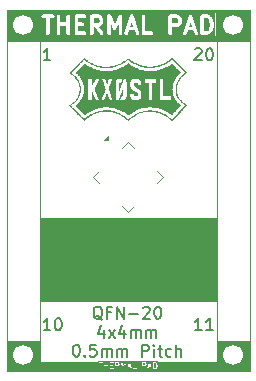
<source format=gto>
G04 #@! TF.GenerationSoftware,KiCad,Pcbnew,9.0.6*
G04 #@! TF.CreationDate,2026-01-02T14:07:14-06:00*
G04 #@! TF.ProjectId,QFN-20_4x4,51464e2d-3230-45f3-9478-342e6b696361,rev?*
G04 #@! TF.SameCoordinates,Original*
G04 #@! TF.FileFunction,Legend,Top*
G04 #@! TF.FilePolarity,Positive*
%FSLAX46Y46*%
G04 Gerber Fmt 4.6, Leading zero omitted, Abs format (unit mm)*
G04 Created by KiCad (PCBNEW 9.0.6) date 2026-01-02 14:07:14*
%MOMM*%
%LPD*%
G01*
G04 APERTURE LIST*
G04 Aperture macros list*
%AMRoundRect*
0 Rectangle with rounded corners*
0 $1 Rounding radius*
0 $2 $3 $4 $5 $6 $7 $8 $9 X,Y pos of 4 corners*
0 Add a 4 corners polygon primitive as box body*
4,1,4,$2,$3,$4,$5,$6,$7,$8,$9,$2,$3,0*
0 Add four circle primitives for the rounded corners*
1,1,$1+$1,$2,$3*
1,1,$1+$1,$4,$5*
1,1,$1+$1,$6,$7*
1,1,$1+$1,$8,$9*
0 Add four rect primitives between the rounded corners*
20,1,$1+$1,$2,$3,$4,$5,0*
20,1,$1+$1,$4,$5,$6,$7,0*
20,1,$1+$1,$6,$7,$8,$9,0*
20,1,$1+$1,$8,$9,$2,$3,0*%
%AMRotRect*
0 Rectangle, with rotation*
0 The origin of the aperture is its center*
0 $1 length*
0 $2 width*
0 $3 Rotation angle, in degrees counterclockwise*
0 Add horizontal line*
21,1,$1,$2,0,0,$3*%
G04 Aperture macros list end*
%ADD10C,0.300000*%
%ADD11C,0.100000*%
%ADD12C,0.200000*%
%ADD13C,0.120000*%
%ADD14C,0.000000*%
%ADD15RoundRect,0.062500X-0.437522X0.349134X0.349134X-0.437522X0.437522X-0.349134X-0.349134X0.437522X0*%
%ADD16RoundRect,0.062500X-0.437522X-0.349134X-0.349134X-0.437522X0.437522X0.349134X0.349134X0.437522X0*%
%ADD17RotRect,2.500000X2.500000X315.000000*%
%ADD18C,1.700000*%
%ADD19R,1.700000X1.700000*%
G04 APERTURE END LIST*
D10*
G36*
X145150162Y-106148973D02*
G01*
X145246007Y-106244818D01*
X145296805Y-106346415D01*
X145357381Y-106588715D01*
X145357381Y-106758929D01*
X145296805Y-107001229D01*
X145246007Y-107102825D01*
X145150163Y-107198669D01*
X144999705Y-107248822D01*
X144828810Y-107248822D01*
X144828810Y-106098822D01*
X144999708Y-106098822D01*
X145150162Y-106148973D01*
G37*
G36*
X135959003Y-106141148D02*
G01*
X135993626Y-106175771D01*
X136035952Y-106260423D01*
X136035952Y-106396745D01*
X135993626Y-106481397D01*
X135959003Y-106516019D01*
X135874352Y-106558346D01*
X135507381Y-106558346D01*
X135507381Y-106098822D01*
X135874352Y-106098822D01*
X135959003Y-106141148D01*
G37*
G36*
X138877837Y-106834536D02*
G01*
X138603590Y-106834536D01*
X138740713Y-106423164D01*
X138877837Y-106834536D01*
G37*
G36*
X143849266Y-106834536D02*
G01*
X143575019Y-106834536D01*
X143712142Y-106423164D01*
X143849266Y-106834536D01*
G37*
G36*
X142587575Y-106141148D02*
G01*
X142622198Y-106175771D01*
X142664524Y-106260423D01*
X142664524Y-106396745D01*
X142622198Y-106481397D01*
X142587575Y-106516019D01*
X142502924Y-106558346D01*
X142135953Y-106558346D01*
X142135953Y-106098822D01*
X142502924Y-106098822D01*
X142587575Y-106141148D01*
G37*
G36*
X145818492Y-107709933D02*
G01*
X130906294Y-107709933D01*
X130906294Y-105919558D01*
X131067405Y-105919558D01*
X131067405Y-105978086D01*
X131089803Y-106032158D01*
X131131187Y-106073542D01*
X131185259Y-106095940D01*
X131214523Y-106098822D01*
X131478808Y-106098822D01*
X131478808Y-107398822D01*
X131481690Y-107428086D01*
X131504088Y-107482158D01*
X131545472Y-107523542D01*
X131599544Y-107545940D01*
X131658072Y-107545940D01*
X131712144Y-107523542D01*
X131753528Y-107482158D01*
X131775926Y-107428086D01*
X131778808Y-107398822D01*
X131778808Y-106098822D01*
X132043094Y-106098822D01*
X132072358Y-106095940D01*
X132126430Y-106073542D01*
X132167814Y-106032158D01*
X132190212Y-105978086D01*
X132190212Y-105948822D01*
X132376428Y-105948822D01*
X132376428Y-107398822D01*
X132379310Y-107428086D01*
X132401708Y-107482158D01*
X132443092Y-107523542D01*
X132497164Y-107545940D01*
X132555692Y-107545940D01*
X132609764Y-107523542D01*
X132651148Y-107482158D01*
X132673546Y-107428086D01*
X132676428Y-107398822D01*
X132676428Y-106789298D01*
X133204999Y-106789298D01*
X133204999Y-107398822D01*
X133207881Y-107428086D01*
X133230279Y-107482158D01*
X133271663Y-107523542D01*
X133325735Y-107545940D01*
X133384263Y-107545940D01*
X133438335Y-107523542D01*
X133479719Y-107482158D01*
X133502117Y-107428086D01*
X133504999Y-107398822D01*
X133504999Y-105948822D01*
X133895476Y-105948822D01*
X133895476Y-107398822D01*
X133898358Y-107428086D01*
X133920756Y-107482158D01*
X133962140Y-107523542D01*
X134016212Y-107545940D01*
X134045476Y-107548822D01*
X134735952Y-107548822D01*
X134765216Y-107545940D01*
X134819288Y-107523542D01*
X134860672Y-107482158D01*
X134883070Y-107428086D01*
X134883070Y-107369558D01*
X134860672Y-107315486D01*
X134819288Y-107274102D01*
X134765216Y-107251704D01*
X134735952Y-107248822D01*
X134195476Y-107248822D01*
X134195476Y-106789298D01*
X134528809Y-106789298D01*
X134558073Y-106786416D01*
X134612145Y-106764018D01*
X134653529Y-106722634D01*
X134675927Y-106668562D01*
X134675927Y-106610034D01*
X134653529Y-106555962D01*
X134612145Y-106514578D01*
X134558073Y-106492180D01*
X134528809Y-106489298D01*
X134195476Y-106489298D01*
X134195476Y-106098822D01*
X134735952Y-106098822D01*
X134765216Y-106095940D01*
X134819288Y-106073542D01*
X134860672Y-106032158D01*
X134883070Y-105978086D01*
X134883070Y-105948822D01*
X135207381Y-105948822D01*
X135207381Y-107398822D01*
X135210263Y-107428086D01*
X135232661Y-107482158D01*
X135274045Y-107523542D01*
X135328117Y-107545940D01*
X135386645Y-107545940D01*
X135440717Y-107523542D01*
X135482101Y-107482158D01*
X135504499Y-107428086D01*
X135507381Y-107398822D01*
X135507381Y-106858346D01*
X135624521Y-106858346D01*
X136063067Y-107484841D01*
X136082210Y-107507162D01*
X136131567Y-107538616D01*
X136189203Y-107548786D01*
X136246344Y-107536127D01*
X136294292Y-107502564D01*
X136325746Y-107453206D01*
X136335917Y-107395571D01*
X136323257Y-107338429D01*
X136308837Y-107312802D01*
X135978909Y-106841477D01*
X136114939Y-106773462D01*
X136127532Y-106765534D01*
X136131192Y-106764019D01*
X136135311Y-106760637D01*
X136139825Y-106757797D01*
X136142421Y-106754802D01*
X136153923Y-106745364D01*
X136222970Y-106676317D01*
X136232410Y-106664814D01*
X136235403Y-106662219D01*
X136238241Y-106657709D01*
X136241625Y-106653587D01*
X136243141Y-106649924D01*
X136251068Y-106637333D01*
X136320116Y-106499237D01*
X136330626Y-106471774D01*
X136331008Y-106466396D01*
X136333070Y-106461419D01*
X136335952Y-106432155D01*
X136335952Y-106225013D01*
X136333070Y-106195749D01*
X136331008Y-106190771D01*
X136330626Y-106185394D01*
X136320116Y-106157931D01*
X136251068Y-106019835D01*
X136243141Y-106007243D01*
X136241625Y-106003581D01*
X136238241Y-105999458D01*
X136235403Y-105994949D01*
X136232410Y-105992353D01*
X136222970Y-105980851D01*
X136190941Y-105948822D01*
X136657381Y-105948822D01*
X136657381Y-107398822D01*
X136660263Y-107428086D01*
X136682661Y-107482158D01*
X136724045Y-107523542D01*
X136778117Y-107545940D01*
X136836645Y-107545940D01*
X136890717Y-107523542D01*
X136932101Y-107482158D01*
X136954499Y-107428086D01*
X136957381Y-107398822D01*
X136957381Y-106624957D01*
X137154786Y-107047969D01*
X137161135Y-107058687D01*
X137162454Y-107062314D01*
X137164803Y-107064879D01*
X137169773Y-107073269D01*
X137186585Y-107088664D01*
X137201981Y-107105477D01*
X137208022Y-107108296D01*
X137212936Y-107112796D01*
X137234359Y-107120586D01*
X137255019Y-107130227D01*
X137261676Y-107130519D01*
X137267939Y-107132797D01*
X137290714Y-107131795D01*
X137313489Y-107132797D01*
X137319751Y-107130519D01*
X137326409Y-107130227D01*
X137347064Y-107120587D01*
X137368492Y-107112796D01*
X137373407Y-107108294D01*
X137379447Y-107105476D01*
X137394839Y-107088668D01*
X137411655Y-107073269D01*
X137416624Y-107064880D01*
X137418974Y-107062314D01*
X137420293Y-107058684D01*
X137426641Y-107047969D01*
X137624047Y-106624955D01*
X137624047Y-107398822D01*
X137626929Y-107428086D01*
X137649327Y-107482158D01*
X137690711Y-107523542D01*
X137744783Y-107545940D01*
X137803311Y-107545940D01*
X137857383Y-107523542D01*
X137898767Y-107482158D01*
X137921165Y-107428086D01*
X137924047Y-107398822D01*
X137924047Y-107380062D01*
X138108559Y-107380062D01*
X138112708Y-107438442D01*
X138138882Y-107490789D01*
X138183096Y-107529136D01*
X138238621Y-107547644D01*
X138297001Y-107543495D01*
X138349348Y-107517321D01*
X138387695Y-107473107D01*
X138399684Y-107446256D01*
X138503590Y-107134536D01*
X138977837Y-107134536D01*
X139081744Y-107446256D01*
X139093733Y-107473107D01*
X139132080Y-107517321D01*
X139184427Y-107543495D01*
X139242807Y-107547644D01*
X139298332Y-107529136D01*
X139342546Y-107490789D01*
X139368720Y-107438441D01*
X139372869Y-107380061D01*
X139366349Y-107351388D01*
X138898828Y-105948822D01*
X139557381Y-105948822D01*
X139557381Y-107398822D01*
X139560263Y-107428086D01*
X139582661Y-107482158D01*
X139624045Y-107523542D01*
X139678117Y-107545940D01*
X139707381Y-107548822D01*
X140397857Y-107548822D01*
X140427121Y-107545940D01*
X140481193Y-107523542D01*
X140522577Y-107482158D01*
X140544975Y-107428086D01*
X140544975Y-107369558D01*
X140522577Y-107315486D01*
X140481193Y-107274102D01*
X140427121Y-107251704D01*
X140397857Y-107248822D01*
X139857381Y-107248822D01*
X139857381Y-105948822D01*
X141835953Y-105948822D01*
X141835953Y-107398822D01*
X141838835Y-107428086D01*
X141861233Y-107482158D01*
X141902617Y-107523542D01*
X141956689Y-107545940D01*
X142015217Y-107545940D01*
X142069289Y-107523542D01*
X142110673Y-107482158D01*
X142133071Y-107428086D01*
X142135953Y-107398822D01*
X142135953Y-107380062D01*
X143079988Y-107380062D01*
X143084137Y-107438442D01*
X143110311Y-107490789D01*
X143154525Y-107529136D01*
X143210050Y-107547644D01*
X143268430Y-107543495D01*
X143320777Y-107517321D01*
X143359124Y-107473107D01*
X143371113Y-107446256D01*
X143475019Y-107134536D01*
X143949266Y-107134536D01*
X144053173Y-107446256D01*
X144065162Y-107473107D01*
X144103509Y-107517321D01*
X144155856Y-107543495D01*
X144214236Y-107547644D01*
X144269761Y-107529136D01*
X144313975Y-107490789D01*
X144340149Y-107438441D01*
X144344298Y-107380061D01*
X144337778Y-107351388D01*
X143870257Y-105948822D01*
X144528810Y-105948822D01*
X144528810Y-107398822D01*
X144531692Y-107428086D01*
X144554090Y-107482158D01*
X144595474Y-107523542D01*
X144649546Y-107545940D01*
X144678810Y-107548822D01*
X145024048Y-107548822D01*
X145038853Y-107547363D01*
X145042808Y-107547645D01*
X145048009Y-107546462D01*
X145053312Y-107545940D01*
X145056969Y-107544424D01*
X145071482Y-107541125D01*
X145278625Y-107472078D01*
X145305476Y-107460089D01*
X145309545Y-107456559D01*
X145314527Y-107454496D01*
X145337257Y-107435841D01*
X145475353Y-107297744D01*
X145484795Y-107286238D01*
X145487785Y-107283646D01*
X145490620Y-107279141D01*
X145494008Y-107275014D01*
X145495526Y-107271348D01*
X145503450Y-107258761D01*
X145572497Y-107120665D01*
X145573314Y-107118528D01*
X145573961Y-107117656D01*
X145578350Y-107105369D01*
X145583007Y-107093202D01*
X145583083Y-107092120D01*
X145583854Y-107089965D01*
X145652902Y-106813775D01*
X145653652Y-106808702D01*
X145654499Y-106806658D01*
X145655584Y-106795638D01*
X145657204Y-106784686D01*
X145656878Y-106782497D01*
X145657381Y-106777394D01*
X145657381Y-106570251D01*
X145656878Y-106565147D01*
X145657204Y-106562960D01*
X145655584Y-106552008D01*
X145654499Y-106540987D01*
X145653652Y-106538942D01*
X145652902Y-106533870D01*
X145583854Y-106257680D01*
X145583083Y-106255524D01*
X145583007Y-106254442D01*
X145578347Y-106242267D01*
X145573961Y-106229988D01*
X145573314Y-106229115D01*
X145572497Y-106226979D01*
X145503450Y-106088883D01*
X145495523Y-106076291D01*
X145494007Y-106072630D01*
X145490623Y-106068507D01*
X145487785Y-106063998D01*
X145484793Y-106061403D01*
X145475352Y-106049899D01*
X145337257Y-105911804D01*
X145314526Y-105893149D01*
X145309546Y-105891086D01*
X145305476Y-105887556D01*
X145278625Y-105875568D01*
X145071482Y-105806520D01*
X145056974Y-105803221D01*
X145053312Y-105801704D01*
X145048003Y-105801181D01*
X145042809Y-105800000D01*
X145038859Y-105800280D01*
X145024048Y-105798822D01*
X144678810Y-105798822D01*
X144649546Y-105801704D01*
X144595474Y-105824102D01*
X144554090Y-105865486D01*
X144531692Y-105919558D01*
X144528810Y-105948822D01*
X143870257Y-105948822D01*
X143854446Y-105901388D01*
X143842457Y-105874537D01*
X143835434Y-105866440D01*
X143830642Y-105856855D01*
X143816433Y-105844531D01*
X143804110Y-105830323D01*
X143794524Y-105825530D01*
X143786428Y-105818508D01*
X143768586Y-105812560D01*
X143751763Y-105804149D01*
X143741070Y-105803389D01*
X143730903Y-105800000D01*
X143712143Y-105801333D01*
X143693383Y-105800000D01*
X143683215Y-105803389D01*
X143672523Y-105804149D01*
X143655699Y-105812560D01*
X143637858Y-105818508D01*
X143629761Y-105825530D01*
X143620176Y-105830323D01*
X143607852Y-105844531D01*
X143593644Y-105856855D01*
X143588851Y-105866440D01*
X143581829Y-105874537D01*
X143569840Y-105901388D01*
X143086507Y-107351388D01*
X143079988Y-107380062D01*
X142135953Y-107380062D01*
X142135953Y-106858346D01*
X142538334Y-106858346D01*
X142567598Y-106855464D01*
X142572578Y-106853400D01*
X142577953Y-106853019D01*
X142605416Y-106842510D01*
X142743511Y-106773462D01*
X142756104Y-106765534D01*
X142759764Y-106764019D01*
X142763883Y-106760637D01*
X142768397Y-106757797D01*
X142770993Y-106754802D01*
X142782495Y-106745364D01*
X142851542Y-106676317D01*
X142860982Y-106664814D01*
X142863975Y-106662219D01*
X142866813Y-106657709D01*
X142870197Y-106653587D01*
X142871713Y-106649924D01*
X142879640Y-106637333D01*
X142948688Y-106499237D01*
X142959198Y-106471774D01*
X142959580Y-106466396D01*
X142961642Y-106461419D01*
X142964524Y-106432155D01*
X142964524Y-106225013D01*
X142961642Y-106195749D01*
X142959580Y-106190771D01*
X142959198Y-106185394D01*
X142948688Y-106157931D01*
X142879640Y-106019835D01*
X142871713Y-106007243D01*
X142870197Y-106003581D01*
X142866813Y-105999458D01*
X142863975Y-105994949D01*
X142860982Y-105992353D01*
X142851542Y-105980851D01*
X142782495Y-105911804D01*
X142770993Y-105902365D01*
X142768397Y-105899371D01*
X142763883Y-105896530D01*
X142759764Y-105893149D01*
X142756104Y-105891633D01*
X142743511Y-105883706D01*
X142605416Y-105814658D01*
X142577953Y-105804149D01*
X142572578Y-105803767D01*
X142567598Y-105801704D01*
X142538334Y-105798822D01*
X141985953Y-105798822D01*
X141956689Y-105801704D01*
X141902617Y-105824102D01*
X141861233Y-105865486D01*
X141838835Y-105919558D01*
X141835953Y-105948822D01*
X139857381Y-105948822D01*
X139854499Y-105919558D01*
X139832101Y-105865486D01*
X139790717Y-105824102D01*
X139736645Y-105801704D01*
X139678117Y-105801704D01*
X139624045Y-105824102D01*
X139582661Y-105865486D01*
X139560263Y-105919558D01*
X139557381Y-105948822D01*
X138898828Y-105948822D01*
X138883017Y-105901388D01*
X138871028Y-105874537D01*
X138864005Y-105866440D01*
X138859213Y-105856855D01*
X138845004Y-105844531D01*
X138832681Y-105830323D01*
X138823095Y-105825530D01*
X138814999Y-105818508D01*
X138797157Y-105812560D01*
X138780334Y-105804149D01*
X138769641Y-105803389D01*
X138759474Y-105800000D01*
X138740714Y-105801333D01*
X138721954Y-105800000D01*
X138711786Y-105803389D01*
X138701094Y-105804149D01*
X138684270Y-105812560D01*
X138666429Y-105818508D01*
X138658332Y-105825530D01*
X138648747Y-105830323D01*
X138636423Y-105844531D01*
X138622215Y-105856855D01*
X138617422Y-105866440D01*
X138610400Y-105874537D01*
X138598411Y-105901388D01*
X138115078Y-107351388D01*
X138108559Y-107380062D01*
X137924047Y-107380062D01*
X137924047Y-105948822D01*
X137922152Y-105929585D01*
X137922308Y-105926047D01*
X137921616Y-105924146D01*
X137921165Y-105919558D01*
X137911203Y-105895509D01*
X137902307Y-105871044D01*
X137900047Y-105868576D01*
X137898767Y-105865486D01*
X137880363Y-105847082D01*
X137862780Y-105827882D01*
X137859748Y-105826467D01*
X137857383Y-105824102D01*
X137833328Y-105814138D01*
X137809742Y-105803131D01*
X137806401Y-105802984D01*
X137803311Y-105801704D01*
X137777276Y-105801704D01*
X137751272Y-105800561D01*
X137748129Y-105801704D01*
X137744783Y-105801704D01*
X137720734Y-105811665D01*
X137696269Y-105820562D01*
X137693801Y-105822821D01*
X137690711Y-105824102D01*
X137672313Y-105842499D01*
X137653106Y-105860089D01*
X137650754Y-105864058D01*
X137649327Y-105865486D01*
X137647973Y-105868752D01*
X137638119Y-105885389D01*
X137290713Y-106629830D01*
X136943308Y-105885389D01*
X136933454Y-105868754D01*
X136932101Y-105865486D01*
X136930672Y-105864057D01*
X136928322Y-105860089D01*
X136909114Y-105842499D01*
X136890717Y-105824102D01*
X136887626Y-105822821D01*
X136885159Y-105820562D01*
X136860693Y-105811665D01*
X136836645Y-105801704D01*
X136833299Y-105801704D01*
X136830156Y-105800561D01*
X136804152Y-105801704D01*
X136778117Y-105801704D01*
X136775026Y-105802984D01*
X136771686Y-105803131D01*
X136748090Y-105814141D01*
X136724045Y-105824102D01*
X136721681Y-105826465D01*
X136718648Y-105827881D01*
X136701058Y-105847088D01*
X136682661Y-105865486D01*
X136681380Y-105868576D01*
X136679121Y-105871044D01*
X136670224Y-105895509D01*
X136660263Y-105919558D01*
X136659811Y-105924146D01*
X136659120Y-105926047D01*
X136659275Y-105929585D01*
X136657381Y-105948822D01*
X136190941Y-105948822D01*
X136153923Y-105911804D01*
X136142421Y-105902365D01*
X136139825Y-105899371D01*
X136135311Y-105896530D01*
X136131192Y-105893149D01*
X136127532Y-105891633D01*
X136114939Y-105883706D01*
X135976844Y-105814658D01*
X135949381Y-105804149D01*
X135944006Y-105803767D01*
X135939026Y-105801704D01*
X135909762Y-105798822D01*
X135357381Y-105798822D01*
X135328117Y-105801704D01*
X135274045Y-105824102D01*
X135232661Y-105865486D01*
X135210263Y-105919558D01*
X135207381Y-105948822D01*
X134883070Y-105948822D01*
X134883070Y-105919558D01*
X134860672Y-105865486D01*
X134819288Y-105824102D01*
X134765216Y-105801704D01*
X134735952Y-105798822D01*
X134045476Y-105798822D01*
X134016212Y-105801704D01*
X133962140Y-105824102D01*
X133920756Y-105865486D01*
X133898358Y-105919558D01*
X133895476Y-105948822D01*
X133504999Y-105948822D01*
X133502117Y-105919558D01*
X133479719Y-105865486D01*
X133438335Y-105824102D01*
X133384263Y-105801704D01*
X133325735Y-105801704D01*
X133271663Y-105824102D01*
X133230279Y-105865486D01*
X133207881Y-105919558D01*
X133204999Y-105948822D01*
X133204999Y-106489298D01*
X132676428Y-106489298D01*
X132676428Y-105948822D01*
X132673546Y-105919558D01*
X132651148Y-105865486D01*
X132609764Y-105824102D01*
X132555692Y-105801704D01*
X132497164Y-105801704D01*
X132443092Y-105824102D01*
X132401708Y-105865486D01*
X132379310Y-105919558D01*
X132376428Y-105948822D01*
X132190212Y-105948822D01*
X132190212Y-105919558D01*
X132167814Y-105865486D01*
X132126430Y-105824102D01*
X132072358Y-105801704D01*
X132043094Y-105798822D01*
X131214523Y-105798822D01*
X131185259Y-105801704D01*
X131131187Y-105824102D01*
X131089803Y-105865486D01*
X131067405Y-105919558D01*
X130906294Y-105919558D01*
X130906294Y-105637711D01*
X145818492Y-105637711D01*
X145818492Y-107709933D01*
G37*
D11*
X130556000Y-105410000D02*
X145973750Y-105410000D01*
X145973750Y-105638600D01*
X130556000Y-105638600D01*
X130556000Y-105410000D01*
G36*
X130556000Y-105410000D02*
G01*
X145973750Y-105410000D01*
X145973750Y-105638600D01*
X130556000Y-105638600D01*
X130556000Y-105410000D01*
G37*
X145825750Y-105410000D02*
X148687250Y-105410000D01*
X148687250Y-108077250D01*
X145825750Y-108077250D01*
X145825750Y-105410000D01*
G36*
X145825750Y-105410000D02*
G01*
X148687250Y-105410000D01*
X148687250Y-108077250D01*
X145825750Y-108077250D01*
X145825750Y-105410000D01*
G37*
X130378250Y-107670850D02*
X146685000Y-107670850D01*
X146685000Y-108077250D01*
X130378250Y-108077250D01*
X130378250Y-107670850D01*
G36*
X130378250Y-107670850D02*
G01*
X146685000Y-107670850D01*
X146685000Y-108077250D01*
X130378250Y-108077250D01*
X130378250Y-107670850D01*
G37*
X128143000Y-105410000D02*
X130928500Y-105410000D01*
X130928500Y-108077250D01*
X128143000Y-108077250D01*
X128143000Y-105410000D01*
G36*
X128143000Y-105410000D02*
G01*
X130928500Y-105410000D01*
X130928500Y-108077250D01*
X128143000Y-108077250D01*
X128143000Y-105410000D01*
G37*
X135636000Y-135934139D02*
X141097000Y-135934139D01*
X141097000Y-136017000D01*
X135636000Y-136017000D01*
X135636000Y-135934139D01*
G36*
X135636000Y-135934139D02*
G01*
X141097000Y-135934139D01*
X141097000Y-136017000D01*
X135636000Y-136017000D01*
X135636000Y-135934139D01*
G37*
X140976968Y-135238434D02*
X146431000Y-135238434D01*
X146431000Y-136017929D01*
X140976968Y-136017929D01*
X140976968Y-135238434D01*
G36*
X140976968Y-135238434D02*
G01*
X146431000Y-135238434D01*
X146431000Y-136017929D01*
X140976968Y-136017929D01*
X140976968Y-135238434D01*
G37*
X130455358Y-135238386D02*
X135838688Y-135238386D01*
X135838688Y-136025786D01*
X130455358Y-136025786D01*
X130455358Y-135238386D01*
G36*
X130455358Y-135238386D02*
G01*
X135838688Y-135238386D01*
X135838688Y-136025786D01*
X130455358Y-136025786D01*
X130455358Y-135238386D01*
G37*
G36*
X140748228Y-135361857D02*
G01*
X140781764Y-135395393D01*
X140799489Y-135430845D01*
X140820475Y-135514786D01*
X140820475Y-135573905D01*
X140799489Y-135657846D01*
X140781764Y-135693298D01*
X140748226Y-135726836D01*
X140695696Y-135744346D01*
X140634761Y-135744346D01*
X140634761Y-135344346D01*
X140695695Y-135344346D01*
X140748228Y-135361857D01*
G37*
G36*
X138586820Y-135601489D02*
G01*
X138487467Y-135601489D01*
X138537143Y-135452459D01*
X138586820Y-135601489D01*
G37*
G36*
X140301105Y-135601489D02*
G01*
X140201752Y-135601489D01*
X140251428Y-135452459D01*
X140301105Y-135601489D01*
G37*
G36*
X137578952Y-135359248D02*
G01*
X137591287Y-135371581D01*
X137606190Y-135401387D01*
X137606190Y-135449209D01*
X137591287Y-135479015D01*
X137578952Y-135491348D01*
X137549149Y-135506251D01*
X137420476Y-135506251D01*
X137420476Y-135344346D01*
X137549149Y-135344346D01*
X137578952Y-135359248D01*
G37*
G36*
X139864666Y-135359248D02*
G01*
X139877001Y-135371581D01*
X139891904Y-135401387D01*
X139891904Y-135449209D01*
X139877001Y-135479015D01*
X139864666Y-135491348D01*
X139834863Y-135506251D01*
X139706190Y-135506251D01*
X139706190Y-135344346D01*
X139834863Y-135344346D01*
X139864666Y-135359248D01*
G37*
G36*
X140976031Y-135899902D02*
G01*
X135840155Y-135899902D01*
X135840155Y-135275212D01*
X135895711Y-135275212D01*
X135895711Y-135313480D01*
X135922771Y-135340540D01*
X135941905Y-135344346D01*
X136034762Y-135344346D01*
X136034762Y-135794346D01*
X136038568Y-135813480D01*
X136065628Y-135840540D01*
X136103896Y-135840540D01*
X136130956Y-135813480D01*
X136134762Y-135794346D01*
X136134762Y-135344346D01*
X136227619Y-135344346D01*
X136246753Y-135340540D01*
X136273813Y-135313480D01*
X136273813Y-135294346D01*
X136344285Y-135294346D01*
X136344285Y-135794346D01*
X136348091Y-135813480D01*
X136375151Y-135840540D01*
X136413419Y-135840540D01*
X136440479Y-135813480D01*
X136444285Y-135794346D01*
X136444285Y-135582441D01*
X136629999Y-135582441D01*
X136629999Y-135794346D01*
X136633805Y-135813480D01*
X136660865Y-135840540D01*
X136699133Y-135840540D01*
X136726193Y-135813480D01*
X136729999Y-135794346D01*
X136729999Y-135294346D01*
X136868095Y-135294346D01*
X136868095Y-135794346D01*
X136871901Y-135813480D01*
X136898961Y-135840540D01*
X136918095Y-135844346D01*
X137156190Y-135844346D01*
X137175324Y-135840540D01*
X137202384Y-135813480D01*
X137202384Y-135775212D01*
X137175324Y-135748152D01*
X137156190Y-135744346D01*
X136968095Y-135744346D01*
X136968095Y-135582441D01*
X137084762Y-135582441D01*
X137103896Y-135578635D01*
X137130956Y-135551575D01*
X137130956Y-135513307D01*
X137103896Y-135486247D01*
X137084762Y-135482441D01*
X136968095Y-135482441D01*
X136968095Y-135344346D01*
X137156190Y-135344346D01*
X137175324Y-135340540D01*
X137202384Y-135313480D01*
X137202384Y-135294346D01*
X137320476Y-135294346D01*
X137320476Y-135794346D01*
X137324282Y-135813480D01*
X137351342Y-135840540D01*
X137389610Y-135840540D01*
X137416670Y-135813480D01*
X137420476Y-135794346D01*
X137420476Y-135606251D01*
X137463491Y-135606251D01*
X137615229Y-135823019D01*
X137629319Y-135836512D01*
X137667005Y-135843162D01*
X137698356Y-135821217D01*
X137705006Y-135783531D01*
X137697152Y-135765673D01*
X137582095Y-135601305D01*
X137583313Y-135600972D01*
X137630932Y-135577162D01*
X137637263Y-135572248D01*
X137643926Y-135567797D01*
X137667736Y-135543988D01*
X137672189Y-135537323D01*
X137677103Y-135530992D01*
X137700911Y-135483374D01*
X137701572Y-135480958D01*
X137702384Y-135480147D01*
X137703947Y-135472285D01*
X137706064Y-135464558D01*
X137705701Y-135463469D01*
X137706190Y-135461013D01*
X137706190Y-135389584D01*
X137705701Y-135387127D01*
X137706064Y-135386039D01*
X137703947Y-135378311D01*
X137702384Y-135370450D01*
X137701572Y-135369638D01*
X137700911Y-135367223D01*
X137677103Y-135319605D01*
X137672189Y-135313273D01*
X137667736Y-135306609D01*
X137655472Y-135294346D01*
X137820476Y-135294346D01*
X137820476Y-135794346D01*
X137824282Y-135813480D01*
X137851342Y-135840540D01*
X137889610Y-135840540D01*
X137916670Y-135813480D01*
X137920476Y-135794346D01*
X137920476Y-135519723D01*
X137991834Y-135672633D01*
X137999456Y-135683022D01*
X138000269Y-135685258D01*
X138001526Y-135685844D01*
X138003374Y-135688363D01*
X138019446Y-135694207D01*
X138034947Y-135701441D01*
X138037143Y-135700642D01*
X138039339Y-135701441D01*
X138054839Y-135694207D01*
X138070912Y-135688363D01*
X138072759Y-135685844D01*
X138074017Y-135685258D01*
X138074829Y-135683022D01*
X138082452Y-135672633D01*
X138153809Y-135519724D01*
X138153809Y-135794346D01*
X138157615Y-135813480D01*
X138184675Y-135840540D01*
X138222943Y-135840540D01*
X138250003Y-135813480D01*
X138253104Y-135797890D01*
X138320603Y-135797890D01*
X138337717Y-135832119D01*
X138374021Y-135844220D01*
X138408250Y-135827106D01*
X138417911Y-135810157D01*
X138454134Y-135701489D01*
X138620153Y-135701489D01*
X138656376Y-135810157D01*
X138666037Y-135827106D01*
X138700266Y-135844220D01*
X138736570Y-135832118D01*
X138753684Y-135797890D01*
X138751244Y-135778534D01*
X138589847Y-135294346D01*
X138820476Y-135294346D01*
X138820476Y-135794346D01*
X138824282Y-135813480D01*
X138851342Y-135840540D01*
X138870476Y-135844346D01*
X139108571Y-135844346D01*
X139127705Y-135840540D01*
X139154765Y-135813480D01*
X139154765Y-135775212D01*
X139127705Y-135748152D01*
X139108571Y-135744346D01*
X138920476Y-135744346D01*
X138920476Y-135294346D01*
X139606190Y-135294346D01*
X139606190Y-135794346D01*
X139609996Y-135813480D01*
X139637056Y-135840540D01*
X139675324Y-135840540D01*
X139702384Y-135813480D01*
X139705485Y-135797890D01*
X140034888Y-135797890D01*
X140052002Y-135832119D01*
X140088306Y-135844220D01*
X140122535Y-135827106D01*
X140132196Y-135810157D01*
X140168419Y-135701489D01*
X140334438Y-135701489D01*
X140370661Y-135810157D01*
X140380322Y-135827106D01*
X140414551Y-135844220D01*
X140450855Y-135832118D01*
X140467969Y-135797890D01*
X140465529Y-135778534D01*
X140304132Y-135294346D01*
X140534761Y-135294346D01*
X140534761Y-135794346D01*
X140538567Y-135813480D01*
X140565627Y-135840540D01*
X140584761Y-135844346D01*
X140703809Y-135844346D01*
X140711671Y-135842782D01*
X140719620Y-135841780D01*
X140791049Y-135817971D01*
X140793224Y-135816731D01*
X140794372Y-135816731D01*
X140801036Y-135812277D01*
X140807997Y-135808310D01*
X140808510Y-135807283D01*
X140810593Y-135805892D01*
X140858212Y-135758272D01*
X140862665Y-135751606D01*
X140867577Y-135745278D01*
X140891387Y-135697659D01*
X140892833Y-135692377D01*
X140895173Y-135687425D01*
X140918982Y-135592187D01*
X140919279Y-135586069D01*
X140920475Y-135580060D01*
X140920475Y-135508632D01*
X140919279Y-135502622D01*
X140918982Y-135496505D01*
X140895173Y-135401267D01*
X140892833Y-135396314D01*
X140891387Y-135391033D01*
X140867577Y-135343414D01*
X140862665Y-135337085D01*
X140858211Y-135330419D01*
X140810592Y-135282801D01*
X140808509Y-135281409D01*
X140807997Y-135280384D01*
X140801035Y-135276415D01*
X140794371Y-135271962D01*
X140793224Y-135271962D01*
X140791049Y-135270722D01*
X140719621Y-135246912D01*
X140711670Y-135245909D01*
X140703809Y-135244346D01*
X140584761Y-135244346D01*
X140565627Y-135248152D01*
X140538567Y-135275212D01*
X140534761Y-135294346D01*
X140304132Y-135294346D01*
X140298862Y-135278535D01*
X140289201Y-135261586D01*
X140285858Y-135259915D01*
X140284188Y-135256573D01*
X140269148Y-135251559D01*
X140254972Y-135244472D01*
X140251428Y-135245653D01*
X140247884Y-135244472D01*
X140233707Y-135251559D01*
X140218668Y-135256573D01*
X140216997Y-135259915D01*
X140213655Y-135261586D01*
X140203994Y-135278535D01*
X140037328Y-135778535D01*
X140034888Y-135797890D01*
X139705485Y-135797890D01*
X139706190Y-135794346D01*
X139706190Y-135606251D01*
X139846666Y-135606251D01*
X139849122Y-135605762D01*
X139850211Y-135606125D01*
X139857938Y-135604008D01*
X139865800Y-135602445D01*
X139866611Y-135601633D01*
X139869027Y-135600972D01*
X139916646Y-135577162D01*
X139922977Y-135572248D01*
X139929640Y-135567797D01*
X139953450Y-135543988D01*
X139957903Y-135537323D01*
X139962817Y-135530992D01*
X139986625Y-135483374D01*
X139987286Y-135480958D01*
X139988098Y-135480147D01*
X139989661Y-135472285D01*
X139991778Y-135464558D01*
X139991415Y-135463469D01*
X139991904Y-135461013D01*
X139991904Y-135389584D01*
X139991415Y-135387127D01*
X139991778Y-135386039D01*
X139989661Y-135378311D01*
X139988098Y-135370450D01*
X139987286Y-135369638D01*
X139986625Y-135367223D01*
X139962817Y-135319605D01*
X139957903Y-135313273D01*
X139953450Y-135306609D01*
X139929640Y-135282800D01*
X139922977Y-135278348D01*
X139916646Y-135273435D01*
X139869027Y-135249625D01*
X139866611Y-135248963D01*
X139865800Y-135248152D01*
X139857938Y-135246588D01*
X139850211Y-135244472D01*
X139849122Y-135244834D01*
X139846666Y-135244346D01*
X139656190Y-135244346D01*
X139637056Y-135248152D01*
X139609996Y-135275212D01*
X139606190Y-135294346D01*
X138920476Y-135294346D01*
X138916670Y-135275212D01*
X138889610Y-135248152D01*
X138851342Y-135248152D01*
X138824282Y-135275212D01*
X138820476Y-135294346D01*
X138589847Y-135294346D01*
X138584577Y-135278535D01*
X138574916Y-135261586D01*
X138571573Y-135259915D01*
X138569903Y-135256573D01*
X138554863Y-135251559D01*
X138540687Y-135244472D01*
X138537143Y-135245653D01*
X138533599Y-135244472D01*
X138519422Y-135251559D01*
X138504383Y-135256573D01*
X138502712Y-135259915D01*
X138499370Y-135261586D01*
X138489709Y-135278535D01*
X138323043Y-135778535D01*
X138320603Y-135797890D01*
X138253104Y-135797890D01*
X138253809Y-135794346D01*
X138253809Y-135294346D01*
X138250003Y-135275212D01*
X138243720Y-135268929D01*
X138240683Y-135260577D01*
X138230717Y-135255926D01*
X138222943Y-135248152D01*
X138214058Y-135248152D01*
X138206005Y-135244394D01*
X138195670Y-135248152D01*
X138184675Y-135248152D01*
X138178392Y-135254434D01*
X138170040Y-135257472D01*
X138158500Y-135273201D01*
X138037142Y-135533254D01*
X137915785Y-135273202D01*
X137904245Y-135257472D01*
X137895892Y-135254434D01*
X137889610Y-135248152D01*
X137878615Y-135248152D01*
X137868280Y-135244394D01*
X137860227Y-135248152D01*
X137851342Y-135248152D01*
X137843567Y-135255926D01*
X137833602Y-135260577D01*
X137830564Y-135268929D01*
X137824282Y-135275212D01*
X137820476Y-135294346D01*
X137655472Y-135294346D01*
X137643926Y-135282800D01*
X137637263Y-135278348D01*
X137630932Y-135273435D01*
X137583313Y-135249625D01*
X137580897Y-135248963D01*
X137580086Y-135248152D01*
X137572224Y-135246588D01*
X137564497Y-135244472D01*
X137563408Y-135244834D01*
X137560952Y-135244346D01*
X137370476Y-135244346D01*
X137351342Y-135248152D01*
X137324282Y-135275212D01*
X137320476Y-135294346D01*
X137202384Y-135294346D01*
X137202384Y-135275212D01*
X137175324Y-135248152D01*
X137156190Y-135244346D01*
X136918095Y-135244346D01*
X136898961Y-135248152D01*
X136871901Y-135275212D01*
X136868095Y-135294346D01*
X136729999Y-135294346D01*
X136726193Y-135275212D01*
X136699133Y-135248152D01*
X136660865Y-135248152D01*
X136633805Y-135275212D01*
X136629999Y-135294346D01*
X136629999Y-135482441D01*
X136444285Y-135482441D01*
X136444285Y-135294346D01*
X136440479Y-135275212D01*
X136413419Y-135248152D01*
X136375151Y-135248152D01*
X136348091Y-135275212D01*
X136344285Y-135294346D01*
X136273813Y-135294346D01*
X136273813Y-135275212D01*
X136246753Y-135248152D01*
X136227619Y-135244346D01*
X135941905Y-135244346D01*
X135922771Y-135248152D01*
X135895711Y-135275212D01*
X135840155Y-135275212D01*
X135840155Y-135188790D01*
X140976031Y-135188790D01*
X140976031Y-135899902D01*
G37*
X128143000Y-133477000D02*
X130864898Y-133477000D01*
X130864898Y-136017000D01*
X128143000Y-136017000D01*
X128143000Y-133477000D01*
G36*
X128143000Y-133477000D02*
G01*
X130864898Y-133477000D01*
X130864898Y-136017000D01*
X128143000Y-136017000D01*
X128143000Y-133477000D01*
G37*
X145974913Y-133477000D02*
X148717000Y-133477000D01*
X148717000Y-136017000D01*
X145974913Y-136017000D01*
X145974913Y-133477000D01*
G36*
X145974913Y-133477000D02*
G01*
X148717000Y-133477000D01*
X148717000Y-136017000D01*
X145974913Y-136017000D01*
X145974913Y-133477000D01*
G37*
X130937000Y-123063000D02*
X145923000Y-123063000D01*
X145923000Y-130048000D01*
X130937000Y-130048000D01*
X130937000Y-123063000D01*
G36*
X130937000Y-123063000D02*
G01*
X145923000Y-123063000D01*
X145923000Y-130048000D01*
X130937000Y-130048000D01*
X130937000Y-123063000D01*
G37*
D12*
X144077136Y-108767457D02*
X144124755Y-108719838D01*
X144124755Y-108719838D02*
X144219993Y-108672219D01*
X144219993Y-108672219D02*
X144458088Y-108672219D01*
X144458088Y-108672219D02*
X144553326Y-108719838D01*
X144553326Y-108719838D02*
X144600945Y-108767457D01*
X144600945Y-108767457D02*
X144648564Y-108862695D01*
X144648564Y-108862695D02*
X144648564Y-108957933D01*
X144648564Y-108957933D02*
X144600945Y-109100790D01*
X144600945Y-109100790D02*
X144029517Y-109672219D01*
X144029517Y-109672219D02*
X144648564Y-109672219D01*
X145267612Y-108672219D02*
X145362850Y-108672219D01*
X145362850Y-108672219D02*
X145458088Y-108719838D01*
X145458088Y-108719838D02*
X145505707Y-108767457D01*
X145505707Y-108767457D02*
X145553326Y-108862695D01*
X145553326Y-108862695D02*
X145600945Y-109053171D01*
X145600945Y-109053171D02*
X145600945Y-109291266D01*
X145600945Y-109291266D02*
X145553326Y-109481742D01*
X145553326Y-109481742D02*
X145505707Y-109576980D01*
X145505707Y-109576980D02*
X145458088Y-109624600D01*
X145458088Y-109624600D02*
X145362850Y-109672219D01*
X145362850Y-109672219D02*
X145267612Y-109672219D01*
X145267612Y-109672219D02*
X145172374Y-109624600D01*
X145172374Y-109624600D02*
X145124755Y-109576980D01*
X145124755Y-109576980D02*
X145077136Y-109481742D01*
X145077136Y-109481742D02*
X145029517Y-109291266D01*
X145029517Y-109291266D02*
X145029517Y-109053171D01*
X145029517Y-109053171D02*
X145077136Y-108862695D01*
X145077136Y-108862695D02*
X145124755Y-108767457D01*
X145124755Y-108767457D02*
X145172374Y-108719838D01*
X145172374Y-108719838D02*
X145267612Y-108672219D01*
X131830482Y-109672219D02*
X131259054Y-109672219D01*
X131544768Y-109672219D02*
X131544768Y-108672219D01*
X131544768Y-108672219D02*
X131449530Y-108815076D01*
X131449530Y-108815076D02*
X131354292Y-108910314D01*
X131354292Y-108910314D02*
X131259054Y-108957933D01*
X136223642Y-131655313D02*
X136128404Y-131607694D01*
X136128404Y-131607694D02*
X136033166Y-131512456D01*
X136033166Y-131512456D02*
X135890309Y-131369598D01*
X135890309Y-131369598D02*
X135795071Y-131321979D01*
X135795071Y-131321979D02*
X135699833Y-131321979D01*
X135747452Y-131560075D02*
X135652214Y-131512456D01*
X135652214Y-131512456D02*
X135556976Y-131417217D01*
X135556976Y-131417217D02*
X135509357Y-131226741D01*
X135509357Y-131226741D02*
X135509357Y-130893408D01*
X135509357Y-130893408D02*
X135556976Y-130702932D01*
X135556976Y-130702932D02*
X135652214Y-130607694D01*
X135652214Y-130607694D02*
X135747452Y-130560075D01*
X135747452Y-130560075D02*
X135937928Y-130560075D01*
X135937928Y-130560075D02*
X136033166Y-130607694D01*
X136033166Y-130607694D02*
X136128404Y-130702932D01*
X136128404Y-130702932D02*
X136176023Y-130893408D01*
X136176023Y-130893408D02*
X136176023Y-131226741D01*
X136176023Y-131226741D02*
X136128404Y-131417217D01*
X136128404Y-131417217D02*
X136033166Y-131512456D01*
X136033166Y-131512456D02*
X135937928Y-131560075D01*
X135937928Y-131560075D02*
X135747452Y-131560075D01*
X136937928Y-131036265D02*
X136604595Y-131036265D01*
X136604595Y-131560075D02*
X136604595Y-130560075D01*
X136604595Y-130560075D02*
X137080785Y-130560075D01*
X137461738Y-131560075D02*
X137461738Y-130560075D01*
X137461738Y-130560075D02*
X138033166Y-131560075D01*
X138033166Y-131560075D02*
X138033166Y-130560075D01*
X138509357Y-131179122D02*
X139271262Y-131179122D01*
X139699833Y-130655313D02*
X139747452Y-130607694D01*
X139747452Y-130607694D02*
X139842690Y-130560075D01*
X139842690Y-130560075D02*
X140080785Y-130560075D01*
X140080785Y-130560075D02*
X140176023Y-130607694D01*
X140176023Y-130607694D02*
X140223642Y-130655313D01*
X140223642Y-130655313D02*
X140271261Y-130750551D01*
X140271261Y-130750551D02*
X140271261Y-130845789D01*
X140271261Y-130845789D02*
X140223642Y-130988646D01*
X140223642Y-130988646D02*
X139652214Y-131560075D01*
X139652214Y-131560075D02*
X140271261Y-131560075D01*
X140890309Y-130560075D02*
X140985547Y-130560075D01*
X140985547Y-130560075D02*
X141080785Y-130607694D01*
X141080785Y-130607694D02*
X141128404Y-130655313D01*
X141128404Y-130655313D02*
X141176023Y-130750551D01*
X141176023Y-130750551D02*
X141223642Y-130941027D01*
X141223642Y-130941027D02*
X141223642Y-131179122D01*
X141223642Y-131179122D02*
X141176023Y-131369598D01*
X141176023Y-131369598D02*
X141128404Y-131464836D01*
X141128404Y-131464836D02*
X141080785Y-131512456D01*
X141080785Y-131512456D02*
X140985547Y-131560075D01*
X140985547Y-131560075D02*
X140890309Y-131560075D01*
X140890309Y-131560075D02*
X140795071Y-131512456D01*
X140795071Y-131512456D02*
X140747452Y-131464836D01*
X140747452Y-131464836D02*
X140699833Y-131369598D01*
X140699833Y-131369598D02*
X140652214Y-131179122D01*
X140652214Y-131179122D02*
X140652214Y-130941027D01*
X140652214Y-130941027D02*
X140699833Y-130750551D01*
X140699833Y-130750551D02*
X140747452Y-130655313D01*
X140747452Y-130655313D02*
X140795071Y-130607694D01*
X140795071Y-130607694D02*
X140890309Y-130560075D01*
X136342690Y-132503352D02*
X136342690Y-133170019D01*
X136104595Y-132122400D02*
X135866500Y-132836685D01*
X135866500Y-132836685D02*
X136485547Y-132836685D01*
X136771262Y-133170019D02*
X137295071Y-132503352D01*
X136771262Y-132503352D02*
X137295071Y-133170019D01*
X138104595Y-132503352D02*
X138104595Y-133170019D01*
X137866500Y-132122400D02*
X137628405Y-132836685D01*
X137628405Y-132836685D02*
X138247452Y-132836685D01*
X138628405Y-133170019D02*
X138628405Y-132503352D01*
X138628405Y-132598590D02*
X138676024Y-132550971D01*
X138676024Y-132550971D02*
X138771262Y-132503352D01*
X138771262Y-132503352D02*
X138914119Y-132503352D01*
X138914119Y-132503352D02*
X139009357Y-132550971D01*
X139009357Y-132550971D02*
X139056976Y-132646209D01*
X139056976Y-132646209D02*
X139056976Y-133170019D01*
X139056976Y-132646209D02*
X139104595Y-132550971D01*
X139104595Y-132550971D02*
X139199833Y-132503352D01*
X139199833Y-132503352D02*
X139342690Y-132503352D01*
X139342690Y-132503352D02*
X139437929Y-132550971D01*
X139437929Y-132550971D02*
X139485548Y-132646209D01*
X139485548Y-132646209D02*
X139485548Y-133170019D01*
X139961738Y-133170019D02*
X139961738Y-132503352D01*
X139961738Y-132598590D02*
X140009357Y-132550971D01*
X140009357Y-132550971D02*
X140104595Y-132503352D01*
X140104595Y-132503352D02*
X140247452Y-132503352D01*
X140247452Y-132503352D02*
X140342690Y-132550971D01*
X140342690Y-132550971D02*
X140390309Y-132646209D01*
X140390309Y-132646209D02*
X140390309Y-133170019D01*
X140390309Y-132646209D02*
X140437928Y-132550971D01*
X140437928Y-132550971D02*
X140533166Y-132503352D01*
X140533166Y-132503352D02*
X140676023Y-132503352D01*
X140676023Y-132503352D02*
X140771262Y-132550971D01*
X140771262Y-132550971D02*
X140818881Y-132646209D01*
X140818881Y-132646209D02*
X140818881Y-133170019D01*
X133985548Y-133779963D02*
X134080786Y-133779963D01*
X134080786Y-133779963D02*
X134176024Y-133827582D01*
X134176024Y-133827582D02*
X134223643Y-133875201D01*
X134223643Y-133875201D02*
X134271262Y-133970439D01*
X134271262Y-133970439D02*
X134318881Y-134160915D01*
X134318881Y-134160915D02*
X134318881Y-134399010D01*
X134318881Y-134399010D02*
X134271262Y-134589486D01*
X134271262Y-134589486D02*
X134223643Y-134684724D01*
X134223643Y-134684724D02*
X134176024Y-134732344D01*
X134176024Y-134732344D02*
X134080786Y-134779963D01*
X134080786Y-134779963D02*
X133985548Y-134779963D01*
X133985548Y-134779963D02*
X133890310Y-134732344D01*
X133890310Y-134732344D02*
X133842691Y-134684724D01*
X133842691Y-134684724D02*
X133795072Y-134589486D01*
X133795072Y-134589486D02*
X133747453Y-134399010D01*
X133747453Y-134399010D02*
X133747453Y-134160915D01*
X133747453Y-134160915D02*
X133795072Y-133970439D01*
X133795072Y-133970439D02*
X133842691Y-133875201D01*
X133842691Y-133875201D02*
X133890310Y-133827582D01*
X133890310Y-133827582D02*
X133985548Y-133779963D01*
X134747453Y-134684724D02*
X134795072Y-134732344D01*
X134795072Y-134732344D02*
X134747453Y-134779963D01*
X134747453Y-134779963D02*
X134699834Y-134732344D01*
X134699834Y-134732344D02*
X134747453Y-134684724D01*
X134747453Y-134684724D02*
X134747453Y-134779963D01*
X135699833Y-133779963D02*
X135223643Y-133779963D01*
X135223643Y-133779963D02*
X135176024Y-134256153D01*
X135176024Y-134256153D02*
X135223643Y-134208534D01*
X135223643Y-134208534D02*
X135318881Y-134160915D01*
X135318881Y-134160915D02*
X135556976Y-134160915D01*
X135556976Y-134160915D02*
X135652214Y-134208534D01*
X135652214Y-134208534D02*
X135699833Y-134256153D01*
X135699833Y-134256153D02*
X135747452Y-134351391D01*
X135747452Y-134351391D02*
X135747452Y-134589486D01*
X135747452Y-134589486D02*
X135699833Y-134684724D01*
X135699833Y-134684724D02*
X135652214Y-134732344D01*
X135652214Y-134732344D02*
X135556976Y-134779963D01*
X135556976Y-134779963D02*
X135318881Y-134779963D01*
X135318881Y-134779963D02*
X135223643Y-134732344D01*
X135223643Y-134732344D02*
X135176024Y-134684724D01*
X136176024Y-134779963D02*
X136176024Y-134113296D01*
X136176024Y-134208534D02*
X136223643Y-134160915D01*
X136223643Y-134160915D02*
X136318881Y-134113296D01*
X136318881Y-134113296D02*
X136461738Y-134113296D01*
X136461738Y-134113296D02*
X136556976Y-134160915D01*
X136556976Y-134160915D02*
X136604595Y-134256153D01*
X136604595Y-134256153D02*
X136604595Y-134779963D01*
X136604595Y-134256153D02*
X136652214Y-134160915D01*
X136652214Y-134160915D02*
X136747452Y-134113296D01*
X136747452Y-134113296D02*
X136890309Y-134113296D01*
X136890309Y-134113296D02*
X136985548Y-134160915D01*
X136985548Y-134160915D02*
X137033167Y-134256153D01*
X137033167Y-134256153D02*
X137033167Y-134779963D01*
X137509357Y-134779963D02*
X137509357Y-134113296D01*
X137509357Y-134208534D02*
X137556976Y-134160915D01*
X137556976Y-134160915D02*
X137652214Y-134113296D01*
X137652214Y-134113296D02*
X137795071Y-134113296D01*
X137795071Y-134113296D02*
X137890309Y-134160915D01*
X137890309Y-134160915D02*
X137937928Y-134256153D01*
X137937928Y-134256153D02*
X137937928Y-134779963D01*
X137937928Y-134256153D02*
X137985547Y-134160915D01*
X137985547Y-134160915D02*
X138080785Y-134113296D01*
X138080785Y-134113296D02*
X138223642Y-134113296D01*
X138223642Y-134113296D02*
X138318881Y-134160915D01*
X138318881Y-134160915D02*
X138366500Y-134256153D01*
X138366500Y-134256153D02*
X138366500Y-134779963D01*
X139604595Y-134779963D02*
X139604595Y-133779963D01*
X139604595Y-133779963D02*
X139985547Y-133779963D01*
X139985547Y-133779963D02*
X140080785Y-133827582D01*
X140080785Y-133827582D02*
X140128404Y-133875201D01*
X140128404Y-133875201D02*
X140176023Y-133970439D01*
X140176023Y-133970439D02*
X140176023Y-134113296D01*
X140176023Y-134113296D02*
X140128404Y-134208534D01*
X140128404Y-134208534D02*
X140080785Y-134256153D01*
X140080785Y-134256153D02*
X139985547Y-134303772D01*
X139985547Y-134303772D02*
X139604595Y-134303772D01*
X140604595Y-134779963D02*
X140604595Y-134113296D01*
X140604595Y-133779963D02*
X140556976Y-133827582D01*
X140556976Y-133827582D02*
X140604595Y-133875201D01*
X140604595Y-133875201D02*
X140652214Y-133827582D01*
X140652214Y-133827582D02*
X140604595Y-133779963D01*
X140604595Y-133779963D02*
X140604595Y-133875201D01*
X140937928Y-134113296D02*
X141318880Y-134113296D01*
X141080785Y-133779963D02*
X141080785Y-134637105D01*
X141080785Y-134637105D02*
X141128404Y-134732344D01*
X141128404Y-134732344D02*
X141223642Y-134779963D01*
X141223642Y-134779963D02*
X141318880Y-134779963D01*
X142080785Y-134732344D02*
X141985547Y-134779963D01*
X141985547Y-134779963D02*
X141795071Y-134779963D01*
X141795071Y-134779963D02*
X141699833Y-134732344D01*
X141699833Y-134732344D02*
X141652214Y-134684724D01*
X141652214Y-134684724D02*
X141604595Y-134589486D01*
X141604595Y-134589486D02*
X141604595Y-134303772D01*
X141604595Y-134303772D02*
X141652214Y-134208534D01*
X141652214Y-134208534D02*
X141699833Y-134160915D01*
X141699833Y-134160915D02*
X141795071Y-134113296D01*
X141795071Y-134113296D02*
X141985547Y-134113296D01*
X141985547Y-134113296D02*
X142080785Y-134160915D01*
X142509357Y-134779963D02*
X142509357Y-133779963D01*
X142937928Y-134779963D02*
X142937928Y-134256153D01*
X142937928Y-134256153D02*
X142890309Y-134160915D01*
X142890309Y-134160915D02*
X142795071Y-134113296D01*
X142795071Y-134113296D02*
X142652214Y-134113296D01*
X142652214Y-134113296D02*
X142556976Y-134160915D01*
X142556976Y-134160915D02*
X142509357Y-134208534D01*
X144648564Y-132532219D02*
X144077136Y-132532219D01*
X144362850Y-132532219D02*
X144362850Y-131532219D01*
X144362850Y-131532219D02*
X144267612Y-131675076D01*
X144267612Y-131675076D02*
X144172374Y-131770314D01*
X144172374Y-131770314D02*
X144077136Y-131817933D01*
X145600945Y-132532219D02*
X145029517Y-132532219D01*
X145315231Y-132532219D02*
X145315231Y-131532219D01*
X145315231Y-131532219D02*
X145219993Y-131675076D01*
X145219993Y-131675076D02*
X145124755Y-131770314D01*
X145124755Y-131770314D02*
X145029517Y-131817933D01*
X131830482Y-132532219D02*
X131259054Y-132532219D01*
X131544768Y-132532219D02*
X131544768Y-131532219D01*
X131544768Y-131532219D02*
X131449530Y-131675076D01*
X131449530Y-131675076D02*
X131354292Y-131770314D01*
X131354292Y-131770314D02*
X131259054Y-131817933D01*
X132449530Y-131532219D02*
X132544768Y-131532219D01*
X132544768Y-131532219D02*
X132640006Y-131579838D01*
X132640006Y-131579838D02*
X132687625Y-131627457D01*
X132687625Y-131627457D02*
X132735244Y-131722695D01*
X132735244Y-131722695D02*
X132782863Y-131913171D01*
X132782863Y-131913171D02*
X132782863Y-132151266D01*
X132782863Y-132151266D02*
X132735244Y-132341742D01*
X132735244Y-132341742D02*
X132687625Y-132436980D01*
X132687625Y-132436980D02*
X132640006Y-132484600D01*
X132640006Y-132484600D02*
X132544768Y-132532219D01*
X132544768Y-132532219D02*
X132449530Y-132532219D01*
X132449530Y-132532219D02*
X132354292Y-132484600D01*
X132354292Y-132484600D02*
X132306673Y-132436980D01*
X132306673Y-132436980D02*
X132259054Y-132341742D01*
X132259054Y-132341742D02*
X132211435Y-132151266D01*
X132211435Y-132151266D02*
X132211435Y-131913171D01*
X132211435Y-131913171D02*
X132259054Y-131722695D01*
X132259054Y-131722695D02*
X132306673Y-131627457D01*
X132306673Y-131627457D02*
X132354292Y-131579838D01*
X132354292Y-131579838D02*
X132449530Y-131532219D01*
D13*
X135446009Y-119553770D02*
X135958662Y-119041118D01*
X135958662Y-120066422D02*
X135446009Y-119553770D01*
X137917348Y-117082432D02*
X138430000Y-116569779D01*
X138430000Y-116569779D02*
X138942652Y-117082432D01*
X138430000Y-122537761D02*
X137917348Y-122025108D01*
X138942652Y-122025108D02*
X138430000Y-122537761D01*
X140901338Y-119041118D02*
X141413991Y-119553770D01*
X141413991Y-119553770D02*
X140901338Y-120066422D01*
X136752743Y-116462299D02*
X136349692Y-116398660D01*
X136689102Y-116059249D01*
X136752743Y-116462299D01*
G36*
X136752743Y-116462299D02*
G01*
X136349692Y-116398660D01*
X136689102Y-116059249D01*
X136752743Y-116462299D01*
G37*
D14*
G36*
X142148024Y-109459472D02*
G01*
X142163020Y-109477048D01*
X142178371Y-109494415D01*
X142194862Y-109512388D01*
X142213279Y-109531785D01*
X142234407Y-109553424D01*
X142259032Y-109578123D01*
X142287938Y-109606698D01*
X142314677Y-109632900D01*
X142334295Y-109652094D01*
X142358809Y-109676115D01*
X142387551Y-109704306D01*
X142419851Y-109736011D01*
X142455042Y-109770573D01*
X142492454Y-109807336D01*
X142531419Y-109845641D01*
X142571269Y-109884832D01*
X142611335Y-109924253D01*
X142650947Y-109963246D01*
X142662682Y-109974802D01*
X142705796Y-110017245D01*
X142752354Y-110063055D01*
X142801326Y-110111219D01*
X142851680Y-110160723D01*
X142902384Y-110210554D01*
X142952409Y-110259699D01*
X143000722Y-110307144D01*
X143046293Y-110351876D01*
X143088090Y-110392882D01*
X143115835Y-110420086D01*
X143164917Y-110468206D01*
X143208701Y-110511158D01*
X143247479Y-110549237D01*
X143281544Y-110582734D01*
X143311187Y-110611942D01*
X143336699Y-110637154D01*
X143358372Y-110658662D01*
X143376498Y-110676759D01*
X143391369Y-110691739D01*
X143403276Y-110703892D01*
X143412510Y-110713513D01*
X143419365Y-110720894D01*
X143424130Y-110726327D01*
X143427099Y-110730106D01*
X143428562Y-110732522D01*
X143428812Y-110733869D01*
X143428731Y-110734054D01*
X143424958Y-110737448D01*
X143416007Y-110744472D01*
X143403066Y-110754227D01*
X143387318Y-110765808D01*
X143380356Y-110770854D01*
X143360896Y-110785081D01*
X143340963Y-110799970D01*
X143322747Y-110813865D01*
X143308437Y-110825111D01*
X143306999Y-110826276D01*
X143293867Y-110836813D01*
X143276512Y-110850536D01*
X143256917Y-110865885D01*
X143237068Y-110881301D01*
X143231077Y-110885925D01*
X143150023Y-110950641D01*
X143074235Y-111015798D01*
X143004185Y-111080938D01*
X142940342Y-111145607D01*
X142883180Y-111209349D01*
X142835414Y-111268731D01*
X142776029Y-111353374D01*
X142723513Y-111441428D01*
X142677811Y-111533035D01*
X142638865Y-111628338D01*
X142606621Y-111727478D01*
X142581023Y-111830598D01*
X142562015Y-111937839D01*
X142556841Y-111976927D01*
X142553704Y-112010062D01*
X142551460Y-112048950D01*
X142550109Y-112091653D01*
X142549653Y-112136228D01*
X142550093Y-112180734D01*
X142551429Y-112223231D01*
X142553664Y-112261777D01*
X142556666Y-112293353D01*
X142572868Y-112397437D01*
X142595833Y-112497620D01*
X142625586Y-112593953D01*
X142662150Y-112686490D01*
X142705552Y-112775283D01*
X142755815Y-112860385D01*
X142812964Y-112941849D01*
X142877025Y-113019728D01*
X142916288Y-113062169D01*
X142942609Y-113088406D01*
X142974786Y-113118576D01*
X143012895Y-113152743D01*
X143057013Y-113190972D01*
X143107215Y-113233327D01*
X143163579Y-113279873D01*
X143226180Y-113330674D01*
X143295095Y-113385795D01*
X143342392Y-113423246D01*
X143364771Y-113441077D01*
X143385060Y-113457572D01*
X143402461Y-113472059D01*
X143416178Y-113483861D01*
X143425412Y-113492305D01*
X143429369Y-113496716D01*
X143429452Y-113496944D01*
X143426888Y-113500328D01*
X143419093Y-113509125D01*
X143406264Y-113523130D01*
X143388597Y-113542135D01*
X143366288Y-113565934D01*
X143339535Y-113594320D01*
X143308533Y-113627088D01*
X143273478Y-113664029D01*
X143234568Y-113704939D01*
X143191999Y-113749609D01*
X143145967Y-113797834D01*
X143096669Y-113849408D01*
X143044300Y-113904122D01*
X142989059Y-113961772D01*
X142931140Y-114022150D01*
X142870741Y-114085050D01*
X142812882Y-114145248D01*
X142755177Y-114205258D01*
X142698769Y-114263915D01*
X142643907Y-114320961D01*
X142590841Y-114376134D01*
X142539822Y-114429177D01*
X142491098Y-114479830D01*
X142444920Y-114527832D01*
X142401536Y-114572925D01*
X142361198Y-114614849D01*
X142324154Y-114653344D01*
X142290654Y-114688151D01*
X142260948Y-114719010D01*
X142235286Y-114745662D01*
X142213917Y-114767848D01*
X142197091Y-114785307D01*
X142185058Y-114797781D01*
X142178067Y-114805009D01*
X142176556Y-114806560D01*
X142157938Y-114825473D01*
X142056773Y-114743869D01*
X142008816Y-114705346D01*
X141965852Y-114671209D01*
X141926940Y-114640755D01*
X141891143Y-114613282D01*
X141857524Y-114588088D01*
X141825143Y-114564469D01*
X141793064Y-114541725D01*
X141760346Y-114519152D01*
X141726054Y-114496048D01*
X141723171Y-114494127D01*
X141620025Y-114428279D01*
X141515086Y-114366798D01*
X141409280Y-114310143D01*
X141303535Y-114258769D01*
X141198778Y-114213135D01*
X141095938Y-114173697D01*
X141023910Y-114149492D01*
X140896400Y-114113373D01*
X140765820Y-114084433D01*
X140632184Y-114062674D01*
X140495509Y-114048096D01*
X140355809Y-114040703D01*
X140213099Y-114040494D01*
X140067394Y-114047471D01*
X139996503Y-114053364D01*
X139875859Y-114068226D01*
X139754679Y-114089966D01*
X139634188Y-114118253D01*
X139515612Y-114152757D01*
X139400175Y-114193150D01*
X139289103Y-114239100D01*
X139264036Y-114250544D01*
X139245193Y-114259297D01*
X139225502Y-114268432D01*
X139208330Y-114276384D01*
X139203485Y-114278624D01*
X139149484Y-114305093D01*
X139091107Y-114336487D01*
X139029403Y-114372108D01*
X138965423Y-114411260D01*
X138900218Y-114453246D01*
X138834838Y-114497371D01*
X138770333Y-114542937D01*
X138707754Y-114589249D01*
X138648152Y-114635609D01*
X138592576Y-114681322D01*
X138580400Y-114691735D01*
X138564119Y-114705771D01*
X138543848Y-114723251D01*
X138521513Y-114742516D01*
X138499036Y-114761905D01*
X138483764Y-114775082D01*
X138465548Y-114790492D01*
X138448949Y-114803955D01*
X138435002Y-114814680D01*
X138424741Y-114821873D01*
X138419200Y-114824740D01*
X138418979Y-114824759D01*
X138412611Y-114821482D01*
X138403880Y-114812446D01*
X138396637Y-114802792D01*
X138385156Y-114788461D01*
X138367555Y-114769838D01*
X138344085Y-114747157D01*
X138314994Y-114720651D01*
X138280533Y-114690552D01*
X138240950Y-114657094D01*
X138238566Y-114655108D01*
X138122522Y-114562950D01*
X138004949Y-114478408D01*
X137885702Y-114401410D01*
X137764636Y-114331882D01*
X137641606Y-114269751D01*
X137516468Y-114214945D01*
X137389076Y-114167391D01*
X137259286Y-114127015D01*
X137126953Y-114093745D01*
X137121849Y-114092615D01*
X137001451Y-114069482D01*
X136877070Y-114052113D01*
X136750075Y-114040577D01*
X136621833Y-114034944D01*
X136493713Y-114035285D01*
X136367083Y-114041669D01*
X136281430Y-114049618D01*
X136146172Y-114068537D01*
X136012365Y-114095111D01*
X135880117Y-114129301D01*
X135749537Y-114171064D01*
X135620734Y-114220360D01*
X135493815Y-114277148D01*
X135368890Y-114341386D01*
X135246066Y-114413034D01*
X135142689Y-114480215D01*
X135111778Y-114501492D01*
X135082446Y-114522180D01*
X135053500Y-114543172D01*
X135023745Y-114565364D01*
X134991985Y-114589649D01*
X134957028Y-114616921D01*
X134917677Y-114648077D01*
X134904393Y-114658669D01*
X134865572Y-114689604D01*
X134829807Y-114717985D01*
X134797562Y-114743446D01*
X134769304Y-114765621D01*
X134745500Y-114784146D01*
X134726616Y-114798655D01*
X134713119Y-114808783D01*
X134708784Y-114811915D01*
X134696780Y-114820398D01*
X134407984Y-114517225D01*
X134332021Y-114437477D01*
X134261150Y-114363065D01*
X134195071Y-114293675D01*
X134133483Y-114228989D01*
X134076086Y-114168690D01*
X134022579Y-114112462D01*
X133972662Y-114059989D01*
X133926035Y-114010953D01*
X133882397Y-113965039D01*
X133841448Y-113921929D01*
X133802887Y-113881307D01*
X133766415Y-113842858D01*
X133731730Y-113806263D01*
X133698533Y-113771207D01*
X133666522Y-113737372D01*
X133635398Y-113704443D01*
X133604860Y-113672103D01*
X133574607Y-113640035D01*
X133544340Y-113607923D01*
X133513758Y-113575450D01*
X133482561Y-113542299D01*
X133452401Y-113510231D01*
X133606129Y-113510231D01*
X133700302Y-113609844D01*
X133794895Y-113709841D01*
X133885208Y-113805190D01*
X133972273Y-113896974D01*
X134057118Y-113986277D01*
X134140775Y-114074182D01*
X134224272Y-114161773D01*
X134308642Y-114250132D01*
X134394913Y-114340344D01*
X134396549Y-114342053D01*
X134434125Y-114381320D01*
X134470661Y-114419511D01*
X134505730Y-114456177D01*
X134538904Y-114490871D01*
X134569757Y-114523146D01*
X134597860Y-114552554D01*
X134622786Y-114578649D01*
X134644109Y-114600983D01*
X134661399Y-114619109D01*
X134674231Y-114632580D01*
X134682176Y-114640948D01*
X134683180Y-114642010D01*
X134696228Y-114655582D01*
X134705224Y-114664076D01*
X134711265Y-114668291D01*
X134715445Y-114669027D01*
X134718244Y-114667602D01*
X134723419Y-114663314D01*
X134733227Y-114655028D01*
X134746377Y-114643843D01*
X134761576Y-114630854D01*
X134765618Y-114627391D01*
X134886267Y-114528508D01*
X135008708Y-114437221D01*
X135132986Y-114353508D01*
X135259149Y-114277348D01*
X135387244Y-114208721D01*
X135517318Y-114147605D01*
X135649418Y-114093980D01*
X135783591Y-114047824D01*
X135919883Y-114009118D01*
X136058343Y-113977839D01*
X136199016Y-113953968D01*
X136312682Y-113940239D01*
X136457458Y-113929462D01*
X136600306Y-113926171D01*
X136741304Y-113930388D01*
X136880530Y-113942133D01*
X137018063Y-113961428D01*
X137153982Y-113988294D01*
X137288364Y-114022754D01*
X137421288Y-114064829D01*
X137552833Y-114114539D01*
X137683076Y-114171907D01*
X137812096Y-114236954D01*
X137939972Y-114309701D01*
X138066781Y-114390171D01*
X138140920Y-114441129D01*
X138185846Y-114473579D01*
X138233432Y-114509185D01*
X138281754Y-114546448D01*
X138328888Y-114583864D01*
X138372909Y-114619933D01*
X138405955Y-114647988D01*
X138434648Y-114672835D01*
X138445641Y-114663831D01*
X138451943Y-114658599D01*
X138463118Y-114649253D01*
X138478069Y-114636712D01*
X138495696Y-114621899D01*
X138514900Y-114605736D01*
X138518517Y-114602689D01*
X138585347Y-114548190D01*
X138656832Y-114493210D01*
X138731118Y-114439067D01*
X138806348Y-114387074D01*
X138880665Y-114338548D01*
X138952213Y-114294801D01*
X138957376Y-114291773D01*
X139018529Y-114257427D01*
X139084784Y-114222766D01*
X139154292Y-114188642D01*
X139225203Y-114155907D01*
X139295667Y-114125414D01*
X139363836Y-114098014D01*
X139427858Y-114074560D01*
X139432015Y-114073129D01*
X139568180Y-114030552D01*
X139705667Y-113995666D01*
X139844517Y-113968464D01*
X139984774Y-113948940D01*
X140126480Y-113937088D01*
X140269678Y-113932901D01*
X140371632Y-113934555D01*
X140510181Y-113942898D01*
X140646499Y-113958259D01*
X140780850Y-113980723D01*
X140913495Y-114010374D01*
X141044700Y-114047298D01*
X141174726Y-114091578D01*
X141303838Y-114143299D01*
X141432298Y-114202547D01*
X141560371Y-114269405D01*
X141688319Y-114343958D01*
X141733363Y-114372039D01*
X141821190Y-114429654D01*
X141907967Y-114490572D01*
X141995399Y-114556026D01*
X142071640Y-114616256D01*
X142140794Y-114672129D01*
X142185269Y-114626366D01*
X142194410Y-114616908D01*
X142208490Y-114602268D01*
X142227055Y-114582921D01*
X142249655Y-114559338D01*
X142275834Y-114531994D01*
X142305142Y-114501361D01*
X142337125Y-114467912D01*
X142371330Y-114432122D01*
X142407305Y-114394463D01*
X142444598Y-114355408D01*
X142482754Y-114315430D01*
X142492520Y-114305195D01*
X142538974Y-114256515D01*
X142580462Y-114213054D01*
X142617407Y-114174378D01*
X142650231Y-114140048D01*
X142679357Y-114109628D01*
X142705208Y-114082681D01*
X142728206Y-114058770D01*
X142748774Y-114037459D01*
X142767334Y-114018310D01*
X142784310Y-114000887D01*
X142800124Y-113984752D01*
X142815199Y-113969470D01*
X142829956Y-113954602D01*
X142844820Y-113939713D01*
X142860211Y-113924364D01*
X142876554Y-113908121D01*
X142879514Y-113905183D01*
X142895649Y-113889020D01*
X142909667Y-113874692D01*
X142920695Y-113863117D01*
X142927855Y-113855214D01*
X142930277Y-113851937D01*
X142932916Y-113848484D01*
X142940333Y-113840297D01*
X142951779Y-113828162D01*
X142966504Y-113812869D01*
X142983760Y-113795204D01*
X142997664Y-113781122D01*
X143017370Y-113761173D01*
X143041202Y-113736922D01*
X143067865Y-113709691D01*
X143096066Y-113680807D01*
X143124510Y-113651593D01*
X143151904Y-113623375D01*
X143163796Y-113611093D01*
X143262540Y-113509015D01*
X143247872Y-113496924D01*
X143238716Y-113489860D01*
X143231941Y-113485505D01*
X143230111Y-113484832D01*
X143226070Y-113482420D01*
X143217515Y-113475887D01*
X143205784Y-113466289D01*
X143194866Y-113456989D01*
X143180949Y-113445159D01*
X143162667Y-113429941D01*
X143141788Y-113412788D01*
X143120079Y-113395155D01*
X143104116Y-113382331D01*
X143085651Y-113367431D01*
X143069244Y-113353913D01*
X143055903Y-113342630D01*
X143046635Y-113334434D01*
X143042449Y-113330179D01*
X143042394Y-113330091D01*
X143036450Y-113325235D01*
X143033605Y-113324666D01*
X143028529Y-113322717D01*
X143027939Y-113321167D01*
X143025130Y-113317469D01*
X143017431Y-113309785D01*
X143005937Y-113299151D01*
X142991745Y-113286601D01*
X142987898Y-113283281D01*
X142940005Y-113241309D01*
X142897482Y-113202130D01*
X142859044Y-113164445D01*
X142823406Y-113126955D01*
X142789281Y-113088360D01*
X142759164Y-113052055D01*
X142696380Y-112968220D01*
X142639758Y-112880016D01*
X142589604Y-112788058D01*
X142546224Y-112692962D01*
X142509923Y-112595342D01*
X142481008Y-112495815D01*
X142479299Y-112488917D01*
X142474317Y-112468135D01*
X142469857Y-112448707D01*
X142466352Y-112432579D01*
X142464236Y-112421692D01*
X142464017Y-112420314D01*
X142461988Y-112407533D01*
X142459992Y-112396423D01*
X142459720Y-112395078D01*
X142455230Y-112371184D01*
X142451280Y-112344974D01*
X142447736Y-112315252D01*
X142444466Y-112280820D01*
X142441337Y-112240483D01*
X142439493Y-112213270D01*
X142436853Y-112127747D01*
X142439693Y-112038981D01*
X142444046Y-111984740D01*
X142446767Y-111958118D01*
X142449248Y-111935828D01*
X142451203Y-111920283D01*
X142452712Y-111909212D01*
X142454624Y-111894975D01*
X142455414Y-111889031D01*
X142458992Y-111866139D01*
X142464237Y-111837976D01*
X142470669Y-111806786D01*
X142477812Y-111774811D01*
X142485187Y-111744294D01*
X142490969Y-111722304D01*
X142522949Y-111618802D01*
X142560595Y-111520311D01*
X142604248Y-111426122D01*
X142654248Y-111335526D01*
X142710937Y-111247816D01*
X142737459Y-111210806D01*
X142747623Y-111196780D01*
X142755776Y-111185044D01*
X142760951Y-111177020D01*
X142762298Y-111174257D01*
X142765064Y-111170067D01*
X142771752Y-111163926D01*
X142772064Y-111163679D01*
X142778890Y-111157153D01*
X142781828Y-111152051D01*
X142781830Y-111151960D01*
X142784628Y-111146937D01*
X142791381Y-111140411D01*
X142791597Y-111140240D01*
X142798438Y-111133534D01*
X142801361Y-111128039D01*
X142801363Y-111127959D01*
X142804189Y-111122912D01*
X142811306Y-111115600D01*
X142815036Y-111112450D01*
X142823314Y-111105057D01*
X142828173Y-111099195D01*
X142828708Y-111097709D01*
X142831372Y-111093980D01*
X142838783Y-111085690D01*
X142850072Y-111073707D01*
X142864369Y-111058901D01*
X142880804Y-111042139D01*
X142898509Y-111024292D01*
X142916613Y-111006228D01*
X142934247Y-110988816D01*
X142950542Y-110972925D01*
X142964627Y-110959423D01*
X142975633Y-110949181D01*
X142982690Y-110943066D01*
X142984826Y-110941707D01*
X142989185Y-110938896D01*
X142996295Y-110931707D01*
X143001063Y-110926081D01*
X143009133Y-110917136D01*
X143015928Y-110911481D01*
X143018480Y-110910455D01*
X143023933Y-110907689D01*
X143031357Y-110900833D01*
X143033199Y-110898736D01*
X143040428Y-110891223D01*
X143046048Y-110887219D01*
X143046936Y-110887016D01*
X143051840Y-110884223D01*
X143058312Y-110877480D01*
X143058493Y-110877250D01*
X143064618Y-110870460D01*
X143068852Y-110867489D01*
X143068948Y-110867484D01*
X143072913Y-110865176D01*
X143081626Y-110858898D01*
X143093783Y-110849622D01*
X143107450Y-110838824D01*
X143124575Y-110825237D01*
X143142310Y-110811415D01*
X143158175Y-110799281D01*
X143166698Y-110792922D01*
X143179740Y-110783145D01*
X143196421Y-110770333D01*
X143214309Y-110756366D01*
X143226686Y-110746558D01*
X143263156Y-110717434D01*
X143214898Y-110670381D01*
X143204866Y-110660575D01*
X143189762Y-110645774D01*
X143170082Y-110626465D01*
X143146319Y-110603135D01*
X143118969Y-110576270D01*
X143088529Y-110546357D01*
X143055492Y-110513883D01*
X143020355Y-110479335D01*
X142983612Y-110443198D01*
X142945758Y-110405960D01*
X142912579Y-110373313D01*
X142873311Y-110334689D01*
X142831968Y-110294061D01*
X142788936Y-110251805D01*
X142744598Y-110208296D01*
X142699339Y-110163909D01*
X142653542Y-110119020D01*
X142607591Y-110074005D01*
X142561871Y-110029240D01*
X142516766Y-109985099D01*
X142472661Y-109941958D01*
X142429938Y-109900193D01*
X142388982Y-109860179D01*
X142350178Y-109822292D01*
X142313910Y-109786907D01*
X142280560Y-109754400D01*
X142250515Y-109725147D01*
X142224158Y-109699522D01*
X142201872Y-109677902D01*
X142184043Y-109660661D01*
X142171054Y-109648176D01*
X142163748Y-109641249D01*
X142151568Y-109630420D01*
X142143020Y-109624433D01*
X142136479Y-109622351D01*
X142131768Y-109622825D01*
X142125524Y-109626156D01*
X142114738Y-109633720D01*
X142100693Y-109644547D01*
X142084674Y-109657666D01*
X142076551Y-109664586D01*
X141965924Y-109754989D01*
X141849939Y-109839962D01*
X141729081Y-109919258D01*
X141603836Y-109992633D01*
X141474689Y-110059842D01*
X141342127Y-110120638D01*
X141206635Y-110174777D01*
X141068699Y-110222014D01*
X140928804Y-110262103D01*
X140859837Y-110279028D01*
X140756522Y-110300615D01*
X140653035Y-110317366D01*
X140547856Y-110329448D01*
X140439465Y-110337025D01*
X140326341Y-110340265D01*
X140297302Y-110340416D01*
X140184590Y-110338552D01*
X140076328Y-110332613D01*
X139970496Y-110322357D01*
X139865076Y-110307544D01*
X139758047Y-110287930D01*
X139647392Y-110263274D01*
X139641847Y-110261934D01*
X139614562Y-110255079D01*
X139584850Y-110247205D01*
X139553645Y-110238596D01*
X139521880Y-110229538D01*
X139490488Y-110220317D01*
X139460402Y-110211216D01*
X139432555Y-110202522D01*
X139407881Y-110194519D01*
X139387311Y-110187494D01*
X139371780Y-110181730D01*
X139362221Y-110177513D01*
X139359599Y-110175662D01*
X139354872Y-110173069D01*
X139345011Y-110169935D01*
X139337137Y-110168035D01*
X139325795Y-110164992D01*
X139318402Y-110161835D01*
X139316773Y-110160086D01*
X139313428Y-110157392D01*
X139307007Y-110156503D01*
X139299663Y-110155335D01*
X139297241Y-110153096D01*
X139293790Y-110150414D01*
X139285166Y-110147847D01*
X139281615Y-110147190D01*
X139271846Y-110144774D01*
X139266397Y-110141771D01*
X139265989Y-110140831D01*
X139262654Y-110137898D01*
X139256502Y-110136970D01*
X139246592Y-110134631D01*
X139241155Y-110131111D01*
X139233430Y-110126242D01*
X139228877Y-110125251D01*
X139220937Y-110122642D01*
X139216600Y-110119391D01*
X139208137Y-110114715D01*
X139201253Y-110113531D01*
X139194043Y-110112377D01*
X139191766Y-110110252D01*
X139188495Y-110106356D01*
X139180750Y-110102035D01*
X139171636Y-110098770D01*
X139165911Y-110097905D01*
X139158388Y-110095317D01*
X139154096Y-110092046D01*
X139145576Y-110087315D01*
X139139028Y-110086186D01*
X139129540Y-110084116D01*
X139124658Y-110081085D01*
X139119870Y-110077959D01*
X139109115Y-110071845D01*
X139093395Y-110063286D01*
X139073714Y-110052820D01*
X139051076Y-110040988D01*
X139031600Y-110030949D01*
X138940771Y-109982669D01*
X138854555Y-109933112D01*
X138771277Y-109881187D01*
X138689262Y-109825804D01*
X138606835Y-109765875D01*
X138522321Y-109700308D01*
X138517205Y-109696216D01*
X138489969Y-109674721D01*
X138467846Y-109658060D01*
X138450142Y-109645840D01*
X138436165Y-109637666D01*
X138425221Y-109633144D01*
X138416618Y-109631880D01*
X138409664Y-109633479D01*
X138408246Y-109634199D01*
X138402929Y-109638053D01*
X138392943Y-109646066D01*
X138379491Y-109657242D01*
X138363780Y-109670588D01*
X138354960Y-109678189D01*
X138271133Y-109747161D01*
X138180444Y-109814921D01*
X138083821Y-109880894D01*
X137982190Y-109944503D01*
X137876477Y-110005174D01*
X137767608Y-110062330D01*
X137656510Y-110115395D01*
X137639489Y-110123066D01*
X137522882Y-110171794D01*
X137402214Y-110215691D01*
X137279022Y-110254308D01*
X137154839Y-110287197D01*
X137031202Y-110313910D01*
X136924048Y-110331957D01*
X136888357Y-110337023D01*
X136856506Y-110341238D01*
X136827249Y-110344679D01*
X136799340Y-110347422D01*
X136771534Y-110349544D01*
X136742585Y-110351120D01*
X136711249Y-110352227D01*
X136676278Y-110352942D01*
X136636428Y-110353341D01*
X136590453Y-110353500D01*
X136572464Y-110353513D01*
X136526212Y-110353455D01*
X136486796Y-110353239D01*
X136453239Y-110352839D01*
X136424566Y-110352225D01*
X136399801Y-110351371D01*
X136377967Y-110350248D01*
X136358088Y-110348829D01*
X136339188Y-110347085D01*
X136336121Y-110346767D01*
X136211217Y-110331100D01*
X136089460Y-110310789D01*
X135972386Y-110286101D01*
X135937216Y-110277584D01*
X135905669Y-110269535D01*
X135875448Y-110261518D01*
X135847512Y-110253813D01*
X135822820Y-110246700D01*
X135802332Y-110240459D01*
X135787005Y-110235370D01*
X135777801Y-110231712D01*
X135775735Y-110230453D01*
X135769055Y-110227455D01*
X135763735Y-110226820D01*
X135755299Y-110225611D01*
X135743564Y-110222566D01*
X135731189Y-110218554D01*
X135720830Y-110214446D01*
X135715144Y-110211111D01*
X135714921Y-110210833D01*
X135710443Y-110208488D01*
X135700313Y-110204908D01*
X135686458Y-110200755D01*
X135681784Y-110199474D01*
X135667176Y-110195270D01*
X135655705Y-110191427D01*
X135649298Y-110188609D01*
X135648647Y-110188055D01*
X135643810Y-110185408D01*
X135634409Y-110182766D01*
X135631976Y-110182281D01*
X135622583Y-110179681D01*
X135617579Y-110176594D01*
X135617327Y-110175858D01*
X135613983Y-110173054D01*
X135607561Y-110172129D01*
X135600219Y-110170791D01*
X135597795Y-110168222D01*
X135594452Y-110165286D01*
X135588028Y-110164316D01*
X135580687Y-110162978D01*
X135578262Y-110160409D01*
X135574919Y-110157473D01*
X135568496Y-110156503D01*
X135561154Y-110155165D01*
X135558730Y-110152596D01*
X135555387Y-110149660D01*
X135548963Y-110148690D01*
X135541619Y-110147530D01*
X135539197Y-110145304D01*
X135535866Y-110142039D01*
X135527447Y-110137429D01*
X135516306Y-110132483D01*
X135504806Y-110128206D01*
X135495310Y-110125607D01*
X135492124Y-110125251D01*
X135485540Y-110123702D01*
X135483855Y-110122042D01*
X135480116Y-110119488D01*
X135470335Y-110114070D01*
X135455515Y-110106308D01*
X135436658Y-110096722D01*
X135414765Y-110085830D01*
X135401181Y-110079173D01*
X135288632Y-110021559D01*
X135180363Y-109960374D01*
X135075034Y-109894758D01*
X134971303Y-109823851D01*
X134867831Y-109746791D01*
X134800871Y-109693639D01*
X134777421Y-109674751D01*
X134758992Y-109660454D01*
X134744656Y-109650270D01*
X134733483Y-109643724D01*
X134724548Y-109640340D01*
X134716920Y-109639642D01*
X134709673Y-109641154D01*
X134703434Y-109643677D01*
X134698966Y-109647018D01*
X134689797Y-109655125D01*
X134675869Y-109668057D01*
X134657122Y-109685871D01*
X134633499Y-109708624D01*
X134604940Y-109736375D01*
X134571386Y-109769180D01*
X134532779Y-109807098D01*
X134489061Y-109850187D01*
X134440171Y-109898503D01*
X134386053Y-109952104D01*
X134326646Y-110011049D01*
X134261892Y-110075395D01*
X134191732Y-110145199D01*
X134147848Y-110188898D01*
X133607438Y-110727183D01*
X133625017Y-110738170D01*
X133635515Y-110745590D01*
X133649496Y-110756637D01*
X133664784Y-110769553D01*
X133673848Y-110777624D01*
X133685199Y-110787838D01*
X133701320Y-110802168D01*
X133721074Y-110819614D01*
X133743326Y-110839175D01*
X133766942Y-110859852D01*
X133790786Y-110880644D01*
X133790890Y-110880735D01*
X133834616Y-110918982D01*
X133873005Y-110953059D01*
X133906798Y-110983709D01*
X133936731Y-111011674D01*
X133963543Y-111037700D01*
X133987973Y-111062529D01*
X134010758Y-111086905D01*
X134032638Y-111111571D01*
X134054349Y-111137271D01*
X134076631Y-111164749D01*
X134091167Y-111183146D01*
X134110778Y-111209042D01*
X134132770Y-111239561D01*
X134155954Y-111272932D01*
X134179141Y-111307387D01*
X134201140Y-111341154D01*
X134220763Y-111372464D01*
X134236819Y-111399548D01*
X134237847Y-111401361D01*
X134285942Y-111494124D01*
X134327191Y-111589839D01*
X134361394Y-111687875D01*
X134388351Y-111787599D01*
X134407865Y-111888379D01*
X134418418Y-111974055D01*
X134419934Y-111997396D01*
X134420898Y-112026696D01*
X134421342Y-112060413D01*
X134421292Y-112097007D01*
X134420780Y-112134936D01*
X134419833Y-112172659D01*
X134418481Y-112208635D01*
X134416753Y-112241322D01*
X134414678Y-112269180D01*
X134412457Y-112289446D01*
X134397053Y-112383303D01*
X134376936Y-112476286D01*
X134352484Y-112567132D01*
X134324074Y-112654580D01*
X134292083Y-112737367D01*
X134256890Y-112814232D01*
X134253622Y-112820729D01*
X134214020Y-112893109D01*
X134169322Y-112963836D01*
X134119172Y-113033315D01*
X134063215Y-113101953D01*
X134001094Y-113170155D01*
X133932453Y-113238325D01*
X133856937Y-113306869D01*
X133774189Y-113376192D01*
X133746057Y-113398660D01*
X133727884Y-113413153D01*
X133711787Y-113426252D01*
X133698802Y-113437093D01*
X133689963Y-113444813D01*
X133686350Y-113448468D01*
X133681049Y-113453086D01*
X133678892Y-113453581D01*
X133673422Y-113455916D01*
X133663724Y-113462085D01*
X133651498Y-113470834D01*
X133638444Y-113480907D01*
X133626263Y-113491048D01*
X133618503Y-113498159D01*
X133606129Y-113510231D01*
X133452401Y-113510231D01*
X133450448Y-113508154D01*
X133450187Y-113507877D01*
X133429615Y-113485997D01*
X133500947Y-113435786D01*
X133554716Y-113397606D01*
X133602818Y-113362701D01*
X133646258Y-113330279D01*
X133686041Y-113299554D01*
X133723173Y-113269734D01*
X133758660Y-113240030D01*
X133793507Y-113209654D01*
X133823649Y-113182464D01*
X133904847Y-113103513D01*
X133978696Y-113021938D01*
X134045228Y-112937681D01*
X134104476Y-112850684D01*
X134156469Y-112760889D01*
X134201240Y-112668237D01*
X134238820Y-112572671D01*
X134269241Y-112474133D01*
X134292534Y-112372564D01*
X134305569Y-112292717D01*
X134309187Y-112259349D01*
X134311900Y-112220393D01*
X134313699Y-112177658D01*
X134314574Y-112132952D01*
X134314516Y-112088083D01*
X134313516Y-112044861D01*
X134311563Y-112005093D01*
X134308650Y-111970589D01*
X134307304Y-111959348D01*
X134289325Y-111852196D01*
X134264104Y-111747965D01*
X134231669Y-111646720D01*
X134192052Y-111548532D01*
X134145282Y-111453468D01*
X134091391Y-111361595D01*
X134030409Y-111272982D01*
X133962366Y-111187697D01*
X133960916Y-111186005D01*
X133921729Y-111141770D01*
X133880741Y-111098386D01*
X133837263Y-111055238D01*
X133790607Y-111011706D01*
X133740084Y-110967174D01*
X133685006Y-110921025D01*
X133624683Y-110872641D01*
X133558428Y-110821404D01*
X133531821Y-110801260D01*
X133452299Y-110741369D01*
X133592372Y-110601975D01*
X133610468Y-110583962D01*
X133633704Y-110560824D01*
X133661687Y-110532953D01*
X133694025Y-110500740D01*
X133730324Y-110464577D01*
X133770191Y-110424855D01*
X133813233Y-110381966D01*
X133859059Y-110336302D01*
X133907274Y-110288254D01*
X133957486Y-110238213D01*
X134009302Y-110186571D01*
X134062328Y-110133719D01*
X134116173Y-110080050D01*
X134170443Y-110025954D01*
X134224746Y-109971823D01*
X134225435Y-109971136D01*
X134718424Y-109479691D01*
X134733839Y-109492882D01*
X134761972Y-109516881D01*
X134790137Y-109540771D01*
X134817361Y-109563737D01*
X134842670Y-109584961D01*
X134865089Y-109603627D01*
X134883644Y-109618918D01*
X134897360Y-109630016D01*
X134898533Y-109630947D01*
X134919444Y-109647476D01*
X134936053Y-109660511D01*
X134950153Y-109671410D01*
X134963538Y-109681529D01*
X134978003Y-109692226D01*
X134995340Y-109704859D01*
X135015728Y-109719615D01*
X135137420Y-109803502D01*
X135259857Y-109879706D01*
X135383340Y-109948341D01*
X135508171Y-110009523D01*
X135634654Y-110063369D01*
X135763091Y-110109995D01*
X135893783Y-110149516D01*
X136027033Y-110182048D01*
X136163144Y-110207708D01*
X136302417Y-110226612D01*
X136349794Y-110231450D01*
X136370715Y-110232941D01*
X136398232Y-110234181D01*
X136431132Y-110235171D01*
X136468203Y-110235909D01*
X136508231Y-110236395D01*
X136550003Y-110236631D01*
X136592308Y-110236616D01*
X136633931Y-110236349D01*
X136673661Y-110235831D01*
X136710283Y-110235062D01*
X136742586Y-110234042D01*
X136769356Y-110232771D01*
X136787321Y-110231450D01*
X136929112Y-110214597D01*
X137067251Y-110190947D01*
X137202171Y-110160363D01*
X137334306Y-110122707D01*
X137464090Y-110077842D01*
X137591957Y-110025629D01*
X137718341Y-109965932D01*
X137843676Y-109898612D01*
X137852432Y-109893605D01*
X137940652Y-109840614D01*
X138030733Y-109782062D01*
X138120948Y-109719213D01*
X138209569Y-109653333D01*
X138294868Y-109585685D01*
X138375119Y-109517534D01*
X138414609Y-109482016D01*
X138424610Y-109472827D01*
X138527897Y-109559489D01*
X138568022Y-109592957D01*
X138603544Y-109622106D01*
X138635662Y-109647850D01*
X138665572Y-109671105D01*
X138694472Y-109692785D01*
X138723561Y-109713806D01*
X138754036Y-109735082D01*
X138787094Y-109757529D01*
X138787444Y-109757764D01*
X138901053Y-109830676D01*
X139014492Y-109896607D01*
X139129066Y-109956253D01*
X139246081Y-110010305D01*
X139323631Y-110042593D01*
X139450263Y-110089655D01*
X139577424Y-110129811D01*
X139706021Y-110163270D01*
X139836962Y-110190239D01*
X139971155Y-110210927D01*
X140109506Y-110225541D01*
X140129323Y-110227119D01*
X140156921Y-110228762D01*
X140190696Y-110230024D01*
X140229022Y-110230904D01*
X140270272Y-110231402D01*
X140312821Y-110231518D01*
X140355041Y-110231252D01*
X140395306Y-110230604D01*
X140431990Y-110229573D01*
X140463467Y-110228160D01*
X140478954Y-110227146D01*
X140617004Y-110212909D01*
X140753113Y-110191364D01*
X140887436Y-110162457D01*
X141020128Y-110126133D01*
X141151342Y-110082336D01*
X141281234Y-110031011D01*
X141409956Y-109972104D01*
X141537663Y-109905558D01*
X141664510Y-109831320D01*
X141762236Y-109768515D01*
X141789306Y-109749980D01*
X141817554Y-109729683D01*
X141847824Y-109706976D01*
X141880957Y-109681209D01*
X141917796Y-109651734D01*
X141959184Y-109617901D01*
X141978619Y-109601826D01*
X142001278Y-109583064D01*
X142022479Y-109565575D01*
X142041331Y-109550088D01*
X142056945Y-109537333D01*
X142068430Y-109528038D01*
X142074899Y-109522931D01*
X142075267Y-109522656D01*
X142082340Y-109516132D01*
X142092539Y-109505103D01*
X142104300Y-109491312D01*
X142112406Y-109481228D01*
X142138414Y-109448030D01*
X142148024Y-109459472D01*
G37*
G36*
X138442074Y-109937651D02*
G01*
X138452133Y-109944474D01*
X138466593Y-109954723D01*
X138484544Y-109967748D01*
X138505076Y-109982896D01*
X138523756Y-109996861D01*
X138651072Y-110087971D01*
X138780902Y-110171689D01*
X138913293Y-110248036D01*
X139048292Y-110317033D01*
X139185947Y-110378703D01*
X139326306Y-110433067D01*
X139469415Y-110480145D01*
X139615324Y-110519960D01*
X139747922Y-110549373D01*
X139772491Y-110553964D01*
X139796247Y-110557892D01*
X139817396Y-110560896D01*
X139834141Y-110562718D01*
X139843173Y-110563149D01*
X139855820Y-110563521D01*
X139864643Y-110564769D01*
X139867589Y-110566420D01*
X139871211Y-110569897D01*
X139880958Y-110572737D01*
X139895146Y-110574609D01*
X139912091Y-110575183D01*
X139912176Y-110575182D01*
X139922711Y-110575540D01*
X139939240Y-110576669D01*
X139959998Y-110578424D01*
X139983220Y-110580657D01*
X140000409Y-110582472D01*
X140026866Y-110585239D01*
X140054569Y-110587901D01*
X140080957Y-110590225D01*
X140103468Y-110591983D01*
X140112721Y-110592592D01*
X140130190Y-110593824D01*
X140144367Y-110595194D01*
X140153696Y-110596526D01*
X140156660Y-110597547D01*
X140160284Y-110598415D01*
X140170062Y-110598885D01*
X140184344Y-110598911D01*
X140195725Y-110598653D01*
X140212117Y-110598431D01*
X140225124Y-110598818D01*
X140233095Y-110599731D01*
X140234797Y-110600607D01*
X140238532Y-110601462D01*
X140249054Y-110602231D01*
X140265338Y-110602881D01*
X140286357Y-110603380D01*
X140311087Y-110603695D01*
X140336362Y-110603796D01*
X140363610Y-110603688D01*
X140388096Y-110603385D01*
X140408795Y-110602915D01*
X140424680Y-110602308D01*
X140434727Y-110601595D01*
X140437932Y-110600866D01*
X140441505Y-110599403D01*
X140450884Y-110598353D01*
X140464063Y-110597937D01*
X140464501Y-110597936D01*
X140501122Y-110596984D01*
X140544013Y-110594244D01*
X140591879Y-110589886D01*
X140643426Y-110584082D01*
X140697361Y-110577004D01*
X140752388Y-110568825D01*
X140807215Y-110559714D01*
X140860548Y-110549845D01*
X140911092Y-110539388D01*
X140919061Y-110537621D01*
X141054370Y-110503407D01*
X141189291Y-110461526D01*
X141323523Y-110412122D01*
X141456767Y-110355341D01*
X141588722Y-110291327D01*
X141719089Y-110220225D01*
X141847567Y-110142181D01*
X141973856Y-110057339D01*
X142089255Y-109972326D01*
X142110115Y-109956962D01*
X142125800Y-109947007D01*
X142136637Y-109942323D01*
X142142952Y-109942770D01*
X142145070Y-109948209D01*
X142145072Y-109948475D01*
X142147793Y-109952048D01*
X142155757Y-109960831D01*
X142168670Y-109974522D01*
X142186236Y-109992821D01*
X142208160Y-110015428D01*
X142234147Y-110042040D01*
X142263901Y-110072358D01*
X142297127Y-110106081D01*
X142333530Y-110142908D01*
X142372814Y-110182538D01*
X142414684Y-110224671D01*
X142458845Y-110269006D01*
X142505001Y-110315242D01*
X142518713Y-110328959D01*
X142578279Y-110388577D01*
X142632357Y-110442806D01*
X142681031Y-110491732D01*
X142724385Y-110535442D01*
X142762503Y-110574022D01*
X142795471Y-110607557D01*
X142823373Y-110636136D01*
X142846293Y-110659844D01*
X142864316Y-110678767D01*
X142877527Y-110692991D01*
X142886009Y-110702604D01*
X142889848Y-110707692D01*
X142890094Y-110708503D01*
X142885666Y-110713254D01*
X142876288Y-110719940D01*
X142864625Y-110726761D01*
X142855647Y-110732279D01*
X142844900Y-110740367D01*
X142831727Y-110751622D01*
X142815467Y-110766638D01*
X142795462Y-110786010D01*
X142771054Y-110810335D01*
X142761565Y-110819911D01*
X142727173Y-110854936D01*
X142697355Y-110885875D01*
X142670981Y-110913982D01*
X142646920Y-110940510D01*
X142624043Y-110966713D01*
X142601219Y-110993845D01*
X142577319Y-111023159D01*
X142569015Y-111033510D01*
X142507182Y-111114678D01*
X142452193Y-111195236D01*
X142403320Y-111276512D01*
X142359839Y-111359837D01*
X142321024Y-111446540D01*
X142286148Y-111537950D01*
X142273658Y-111574559D01*
X142249671Y-111650708D01*
X142229819Y-111722212D01*
X142213793Y-111790851D01*
X142201281Y-111858405D01*
X142191974Y-111926653D01*
X142185559Y-111997375D01*
X142181728Y-112072351D01*
X142180788Y-112106823D01*
X142180264Y-112136927D01*
X142179993Y-112164178D01*
X142179969Y-112187658D01*
X142180185Y-112206451D01*
X142180634Y-112219641D01*
X142181309Y-112226310D01*
X142181648Y-112226947D01*
X142183061Y-112230514D01*
X142183677Y-112239934D01*
X142183386Y-112253274D01*
X142183271Y-112255265D01*
X142183034Y-112271954D01*
X142183862Y-112292921D01*
X142185587Y-112314729D01*
X142186698Y-112324605D01*
X142203489Y-112427294D01*
X142227876Y-112530137D01*
X142259662Y-112632730D01*
X142298649Y-112734669D01*
X142344641Y-112835550D01*
X142397441Y-112934969D01*
X142456850Y-113032521D01*
X142522673Y-113127802D01*
X142594711Y-113220409D01*
X142661241Y-113297335D01*
X142685697Y-113324088D01*
X142708466Y-113348613D01*
X142729000Y-113370343D01*
X142746748Y-113388714D01*
X142761162Y-113403158D01*
X142771692Y-113413111D01*
X142777789Y-113418006D01*
X142778828Y-113418422D01*
X142782744Y-113421061D01*
X142791026Y-113428316D01*
X142802600Y-113439194D01*
X142816393Y-113452702D01*
X142822202Y-113458530D01*
X142837806Y-113474009D01*
X142852823Y-113488409D01*
X142865764Y-113500334D01*
X142875143Y-113508391D01*
X142876783Y-113509657D01*
X142885323Y-113517168D01*
X142890075Y-113523690D01*
X142890456Y-113525892D01*
X142887601Y-113529655D01*
X142879850Y-113538509D01*
X142867715Y-113551902D01*
X142851706Y-113569285D01*
X142832333Y-113590106D01*
X142810108Y-113613816D01*
X142785540Y-113639864D01*
X142759141Y-113667699D01*
X142750359Y-113676926D01*
X142721130Y-113707637D01*
X142691625Y-113738686D01*
X142662661Y-113769212D01*
X142635052Y-113798352D01*
X142609614Y-113825246D01*
X142587163Y-113849033D01*
X142568514Y-113868850D01*
X142555034Y-113883245D01*
X142538473Y-113900966D01*
X142517675Y-113923163D01*
X142493770Y-113948631D01*
X142467888Y-113976169D01*
X142441161Y-114004574D01*
X142414717Y-114032642D01*
X142398994Y-114049313D01*
X142372630Y-114077312D01*
X142344720Y-114107057D01*
X142316516Y-114137209D01*
X142289270Y-114166426D01*
X142264234Y-114193366D01*
X142242659Y-114216687D01*
X142233069Y-114227108D01*
X142214429Y-114247314D01*
X142197124Y-114265895D01*
X142181980Y-114281975D01*
X142169824Y-114294682D01*
X142161482Y-114303142D01*
X142158229Y-114306172D01*
X142146162Y-114311437D01*
X142130359Y-114313008D01*
X142122422Y-114312704D01*
X142115191Y-114311337D01*
X142107300Y-114308227D01*
X142097385Y-114302696D01*
X142084080Y-114294063D01*
X142066020Y-114281649D01*
X142062611Y-114279276D01*
X141970758Y-114216372D01*
X141883347Y-114158856D01*
X141799602Y-114106306D01*
X141718742Y-114058297D01*
X141639989Y-114014408D01*
X141562563Y-113974215D01*
X141485686Y-113937296D01*
X141408578Y-113903227D01*
X141330461Y-113871585D01*
X141269696Y-113848814D01*
X141130639Y-113802388D01*
X140990192Y-113763421D01*
X140848170Y-113731891D01*
X140704389Y-113707775D01*
X140558666Y-113691051D01*
X140410815Y-113681697D01*
X140260654Y-113679691D01*
X140107998Y-113685009D01*
X139988690Y-113694078D01*
X139844653Y-113711448D01*
X139702027Y-113736476D01*
X139560930Y-113769116D01*
X139421479Y-113809321D01*
X139283793Y-113857045D01*
X139147988Y-113912241D01*
X139014182Y-113974861D01*
X138882493Y-114044860D01*
X138753039Y-114122191D01*
X138625937Y-114206807D01*
X138540697Y-114268644D01*
X138512760Y-114289217D01*
X138489827Y-114305061D01*
X138470986Y-114316553D01*
X138455328Y-114324074D01*
X138441945Y-114328001D01*
X138429926Y-114328713D01*
X138418363Y-114326589D01*
X138409366Y-114323330D01*
X138402469Y-114319463D01*
X138390454Y-114311721D01*
X138374474Y-114300890D01*
X138355680Y-114287753D01*
X138335227Y-114273097D01*
X138330045Y-114269328D01*
X138206817Y-114182968D01*
X138084095Y-114104122D01*
X137961430Y-114032548D01*
X137838371Y-113968008D01*
X137714466Y-113910260D01*
X137589267Y-113859063D01*
X137501817Y-113827407D01*
X137379012Y-113788866D01*
X137251562Y-113755800D01*
X137120522Y-113728338D01*
X136986944Y-113706609D01*
X136851883Y-113690743D01*
X136716392Y-113680868D01*
X136581524Y-113677114D01*
X136448333Y-113679610D01*
X136347339Y-113685891D01*
X136201319Y-113701630D01*
X136057569Y-113724740D01*
X135915871Y-113755284D01*
X135776009Y-113793322D01*
X135637765Y-113838915D01*
X135500923Y-113892126D01*
X135365265Y-113953016D01*
X135315420Y-113977457D01*
X135288215Y-113991169D01*
X135262819Y-114004143D01*
X135238685Y-114016709D01*
X135215265Y-114029198D01*
X135192010Y-114041940D01*
X135168371Y-114055264D01*
X135143802Y-114069502D01*
X135117752Y-114084984D01*
X135089675Y-114102041D01*
X135059023Y-114121001D01*
X135025246Y-114142197D01*
X134987796Y-114165958D01*
X134946126Y-114192614D01*
X134899688Y-114222496D01*
X134847932Y-114255934D01*
X134790311Y-114293258D01*
X134777106Y-114301821D01*
X134760871Y-114312047D01*
X134746598Y-114320475D01*
X134735758Y-114326277D01*
X134729821Y-114328621D01*
X134729605Y-114328634D01*
X134725651Y-114325888D01*
X134716951Y-114318049D01*
X134704111Y-114305720D01*
X134687736Y-114289501D01*
X134668430Y-114269995D01*
X134646797Y-114247803D01*
X134623444Y-114223527D01*
X134614689Y-114214348D01*
X134581178Y-114179119D01*
X134550895Y-114147247D01*
X134523180Y-114118026D01*
X134497376Y-114090749D01*
X134472821Y-114064711D01*
X134448858Y-114039207D01*
X134424826Y-114013530D01*
X134400066Y-113986976D01*
X134373918Y-113958837D01*
X134345724Y-113928409D01*
X134314824Y-113894985D01*
X134280558Y-113857861D01*
X134242268Y-113816330D01*
X134203365Y-113774106D01*
X134190276Y-113759950D01*
X134172885Y-113741223D01*
X134152241Y-113719049D01*
X134129390Y-113694551D01*
X134105380Y-113668852D01*
X134081259Y-113643077D01*
X134071334Y-113632484D01*
X134049839Y-113609400D01*
X134030160Y-113587965D01*
X134012915Y-113568880D01*
X133998725Y-113552841D01*
X133988208Y-113540548D01*
X133981985Y-113532697D01*
X133980508Y-113530142D01*
X133983311Y-113525805D01*
X133991045Y-113517408D01*
X134002698Y-113505961D01*
X134017258Y-113492475D01*
X134026409Y-113484316D01*
X134053442Y-113459886D01*
X134083645Y-113431475D01*
X134115610Y-113400493D01*
X134147931Y-113368345D01*
X134179200Y-113336441D01*
X134208010Y-113306188D01*
X134232954Y-113278994D01*
X134242635Y-113268022D01*
X134319360Y-113174412D01*
X134388533Y-113078887D01*
X134405960Y-113051320D01*
X136152673Y-113051320D01*
X136278448Y-113050289D01*
X136404223Y-113049259D01*
X136517642Y-112743821D01*
X136534983Y-112697166D01*
X136551565Y-112652634D01*
X136567184Y-112610768D01*
X136581638Y-112572109D01*
X136594722Y-112537201D01*
X136606233Y-112506583D01*
X136615968Y-112480799D01*
X136623722Y-112460390D01*
X136629292Y-112445898D01*
X136632475Y-112437865D01*
X136633155Y-112436370D01*
X136634745Y-112439654D01*
X136638736Y-112449772D01*
X136644934Y-112466190D01*
X136653145Y-112488374D01*
X136663174Y-112515789D01*
X136674828Y-112547902D01*
X136687911Y-112584176D01*
X136702231Y-112624078D01*
X136717592Y-112667073D01*
X136733800Y-112712627D01*
X136744490Y-112742771D01*
X136853731Y-113051184D01*
X136969949Y-113051198D01*
X136999180Y-113051122D01*
X137025715Y-113050898D01*
X137048597Y-113050548D01*
X137066865Y-113050091D01*
X137079562Y-113049549D01*
X137085729Y-113048941D01*
X137086167Y-113048725D01*
X137085022Y-113044760D01*
X137081676Y-113033783D01*
X137076269Y-113016237D01*
X137068938Y-112992567D01*
X137059822Y-112963214D01*
X137049059Y-112928623D01*
X137036787Y-112889237D01*
X137023144Y-112845498D01*
X137008268Y-112797851D01*
X136992298Y-112746739D01*
X136975371Y-112692604D01*
X136957626Y-112635891D01*
X136939200Y-112577041D01*
X136936133Y-112567250D01*
X136917515Y-112507804D01*
X136899490Y-112450235D01*
X136882201Y-112395005D01*
X136865792Y-112342572D01*
X136850407Y-112293397D01*
X136836191Y-112247941D01*
X136823286Y-112206663D01*
X136811837Y-112170024D01*
X136807653Y-112156626D01*
X136805306Y-112149109D01*
X137361575Y-112149109D01*
X137361575Y-112156626D01*
X137361591Y-112239145D01*
X137361641Y-112314171D01*
X137361727Y-112382026D01*
X137361852Y-112443029D01*
X137362019Y-112497500D01*
X137362231Y-112545761D01*
X137362489Y-112588132D01*
X137362797Y-112624932D01*
X137363158Y-112656483D01*
X137363573Y-112683105D01*
X137364046Y-112705119D01*
X137364579Y-112722844D01*
X137365175Y-112736601D01*
X137365837Y-112746711D01*
X137366495Y-112752985D01*
X137375560Y-112803595D01*
X137388160Y-112850375D01*
X137403852Y-112891764D01*
X137408814Y-112902325D01*
X137426904Y-112938995D01*
X137406936Y-112992552D01*
X137399874Y-113011656D01*
X137393910Y-113028109D01*
X137389526Y-113040550D01*
X137387208Y-113047618D01*
X137386967Y-113048660D01*
X137390683Y-113049379D01*
X137401072Y-113049970D01*
X137416993Y-113050436D01*
X137437307Y-113050778D01*
X137460874Y-113050999D01*
X137486556Y-113051100D01*
X137513211Y-113051085D01*
X137539701Y-113050954D01*
X137564887Y-113050710D01*
X137587627Y-113050355D01*
X137606784Y-113049890D01*
X137621217Y-113049319D01*
X137629786Y-113048642D01*
X137631593Y-113048222D01*
X137633678Y-113044181D01*
X137638105Y-113033714D01*
X137644533Y-113017731D01*
X137652618Y-112997142D01*
X137662017Y-112972860D01*
X137672388Y-112945793D01*
X137683389Y-112916854D01*
X137694676Y-112886952D01*
X137705907Y-112856999D01*
X137716740Y-112827904D01*
X137726831Y-112800579D01*
X137735838Y-112775935D01*
X137743419Y-112754881D01*
X137749231Y-112738329D01*
X137752930Y-112727190D01*
X137754177Y-112722424D01*
X137755520Y-112718279D01*
X137759397Y-112707429D01*
X137765583Y-112690476D01*
X137773850Y-112668023D01*
X137783973Y-112640673D01*
X137795726Y-112609031D01*
X137808881Y-112573698D01*
X137823214Y-112535278D01*
X137838496Y-112494373D01*
X137854503Y-112451588D01*
X137871008Y-112407525D01*
X137887784Y-112362787D01*
X137904606Y-112317978D01*
X137921246Y-112273700D01*
X137937479Y-112230556D01*
X137953079Y-112189150D01*
X137967818Y-112150085D01*
X137981471Y-112113964D01*
X137993812Y-112081390D01*
X138004613Y-112052966D01*
X138013650Y-112029295D01*
X138020695Y-112010980D01*
X138025522Y-111998625D01*
X138027905Y-111992832D01*
X138028045Y-111992553D01*
X138028546Y-111995452D01*
X138029002Y-112005626D01*
X138029409Y-112022536D01*
X138029763Y-112045643D01*
X138030060Y-112074411D01*
X138030297Y-112108301D01*
X138030468Y-112146773D01*
X138030571Y-112189291D01*
X138030600Y-112235315D01*
X138030553Y-112284308D01*
X138030480Y-112317071D01*
X138029585Y-112647448D01*
X138017806Y-112670478D01*
X138008051Y-112686689D01*
X137996968Y-112698282D01*
X137987021Y-112705258D01*
X137978129Y-112710405D01*
X137969915Y-112713905D01*
X137960409Y-112716178D01*
X137947646Y-112717646D01*
X137929656Y-112718732D01*
X137922624Y-112719061D01*
X137877232Y-112721114D01*
X137828299Y-112851981D01*
X137816344Y-112883978D01*
X137804711Y-112915165D01*
X137793819Y-112944408D01*
X137784090Y-112970575D01*
X137775946Y-112992532D01*
X137769808Y-113009147D01*
X137766797Y-113017358D01*
X137754228Y-113051867D01*
X137899719Y-113050268D01*
X137937835Y-113049822D01*
X137969047Y-113049367D01*
X137994265Y-113048853D01*
X138014399Y-113048228D01*
X138030359Y-113047440D01*
X138043054Y-113046438D01*
X138053393Y-113045170D01*
X138062286Y-113043584D01*
X138070642Y-113041629D01*
X138075683Y-113040284D01*
X138113759Y-113027187D01*
X138146980Y-113009716D01*
X138177632Y-112986537D01*
X138193748Y-112971350D01*
X138219428Y-112941934D01*
X138240650Y-112909371D01*
X138257859Y-112872668D01*
X138271503Y-112830830D01*
X138282027Y-112782860D01*
X138284287Y-112769389D01*
X138285252Y-112762918D01*
X138286125Y-112756012D01*
X138286910Y-112748271D01*
X138287613Y-112739292D01*
X138288237Y-112728674D01*
X138288787Y-112716015D01*
X138289269Y-112700914D01*
X138289686Y-112682969D01*
X138290043Y-112661779D01*
X138290344Y-112636942D01*
X138290595Y-112608056D01*
X138290799Y-112574720D01*
X138290962Y-112536533D01*
X138290976Y-112531549D01*
X138609699Y-112531549D01*
X138609776Y-112634144D01*
X138610200Y-112681169D01*
X138611518Y-112721556D01*
X138613919Y-112756448D01*
X138617588Y-112786987D01*
X138622712Y-112814317D01*
X138629478Y-112839580D01*
X138638073Y-112863918D01*
X138648683Y-112888476D01*
X138652698Y-112896906D01*
X138675356Y-112936728D01*
X138701724Y-112970071D01*
X138732532Y-112997682D01*
X138768511Y-113020304D01*
X138778844Y-113025480D01*
X138793797Y-113032393D01*
X138807951Y-113038269D01*
X138822074Y-113043188D01*
X138836931Y-113047229D01*
X138853290Y-113050471D01*
X138871919Y-113052996D01*
X138893583Y-113054882D01*
X138919049Y-113056209D01*
X138949086Y-113057058D01*
X138984459Y-113057508D01*
X139025936Y-113057639D01*
X139074284Y-113057531D01*
X139086290Y-113057481D01*
X139128892Y-113057281D01*
X139164463Y-113057063D01*
X139193786Y-113056792D01*
X139217643Y-113056435D01*
X139236816Y-113055957D01*
X139252088Y-113055322D01*
X139264242Y-113054498D01*
X139274058Y-113053449D01*
X139282320Y-113052140D01*
X139289811Y-113050537D01*
X139297312Y-113048607D01*
X139299194Y-113048092D01*
X139344411Y-113032174D01*
X139384737Y-113010536D01*
X139420360Y-112982986D01*
X139451470Y-112949332D01*
X139478254Y-112909378D01*
X139500902Y-112862934D01*
X139513880Y-112828013D01*
X139523104Y-112798517D01*
X139530425Y-112770692D01*
X139536035Y-112743063D01*
X139540126Y-112714150D01*
X139542888Y-112682477D01*
X139544515Y-112646567D01*
X139545197Y-112604941D01*
X139545249Y-112586340D01*
X139545137Y-112552127D01*
X139544784Y-112524605D01*
X139544135Y-112502656D01*
X139543133Y-112485159D01*
X139541724Y-112470996D01*
X139539852Y-112459046D01*
X139538680Y-112453348D01*
X139524653Y-112403396D01*
X139505110Y-112355712D01*
X139479753Y-112309945D01*
X139448283Y-112265741D01*
X139410400Y-112222751D01*
X139365806Y-112180622D01*
X139314201Y-112139003D01*
X139255286Y-112097542D01*
X139213251Y-112070708D01*
X139149798Y-112030278D01*
X139093696Y-111991713D01*
X139044755Y-111954837D01*
X139002784Y-111919474D01*
X138967592Y-111885448D01*
X138938989Y-111852583D01*
X138916784Y-111820705D01*
X138900787Y-111789635D01*
X138896445Y-111778427D01*
X138892169Y-111764901D01*
X138889411Y-111751843D01*
X138887863Y-111736874D01*
X138887220Y-111717613D01*
X138887142Y-111706300D01*
X138887059Y-111660296D01*
X138904277Y-111643078D01*
X138912536Y-111635263D01*
X138920681Y-111628961D01*
X138929639Y-111624011D01*
X138940339Y-111620251D01*
X138953708Y-111617519D01*
X138970674Y-111615655D01*
X138992167Y-111614496D01*
X139019113Y-111613880D01*
X139052442Y-111613647D01*
X139073452Y-111613624D01*
X139108505Y-111613681D01*
X139136705Y-111613958D01*
X139159012Y-111614608D01*
X139176387Y-111615786D01*
X139189790Y-111617647D01*
X139200181Y-111620345D01*
X139208519Y-111624035D01*
X139215766Y-111628871D01*
X139222881Y-111635009D01*
X139226296Y-111638237D01*
X139242780Y-111658729D01*
X139255670Y-111685313D01*
X139265071Y-111718294D01*
X139271086Y-111757975D01*
X139272362Y-111772813D01*
X139274955Y-111808948D01*
X139411106Y-111808948D01*
X139547256Y-111808948D01*
X139547256Y-111708857D01*
X139546911Y-111664295D01*
X139545789Y-111626290D01*
X139543763Y-111593614D01*
X139540707Y-111565039D01*
X139536494Y-111539337D01*
X139530996Y-111515278D01*
X139525115Y-111494875D01*
X139506535Y-111446310D01*
X139496441Y-111428009D01*
X139832430Y-111428009D01*
X139832430Y-111594009D01*
X140003339Y-111595027D01*
X140174248Y-111596044D01*
X140175235Y-112323628D01*
X140176222Y-113051212D01*
X140303162Y-113051212D01*
X140430103Y-113051212D01*
X141105946Y-113051212D01*
X141574725Y-113051212D01*
X142043504Y-113051212D01*
X142043504Y-112885186D01*
X142043504Y-112719160D01*
X141705592Y-112719160D01*
X141367681Y-112719160D01*
X141367681Y-111992553D01*
X141367681Y-111265946D01*
X141239409Y-111265946D01*
X141111137Y-111265946D01*
X141108544Y-111550143D01*
X141108237Y-111588089D01*
X141107940Y-111633123D01*
X141107656Y-111684521D01*
X141107386Y-111741558D01*
X141107133Y-111803509D01*
X141106898Y-111869650D01*
X141106685Y-111939255D01*
X141106494Y-112011601D01*
X141106328Y-112085963D01*
X141106190Y-112161615D01*
X141106081Y-112237834D01*
X141106003Y-112313894D01*
X141105959Y-112389071D01*
X141105949Y-112442776D01*
X141105946Y-113051212D01*
X140430103Y-113051212D01*
X140431089Y-112323628D01*
X140432076Y-111596044D01*
X140603028Y-111595027D01*
X140773979Y-111594009D01*
X140772960Y-111429001D01*
X140771941Y-111263993D01*
X140302186Y-111263000D01*
X139832430Y-111262008D01*
X139832430Y-111428009D01*
X139496441Y-111428009D01*
X139483120Y-111403859D01*
X139454723Y-111367392D01*
X139421204Y-111336777D01*
X139382417Y-111311882D01*
X139338219Y-111292576D01*
X139289428Y-111278932D01*
X139280672Y-111277208D01*
X139271411Y-111275781D01*
X139260839Y-111274626D01*
X139248145Y-111273714D01*
X139232521Y-111273017D01*
X139213157Y-111272509D01*
X139189247Y-111272161D01*
X139159979Y-111271947D01*
X139124546Y-111271837D01*
X139082139Y-111271806D01*
X139080431Y-111271806D01*
X139036646Y-111271830D01*
X138999820Y-111271947D01*
X138969100Y-111272217D01*
X138943632Y-111272706D01*
X138922563Y-111273476D01*
X138905039Y-111274590D01*
X138890205Y-111276113D01*
X138877210Y-111278105D01*
X138865199Y-111280632D01*
X138853318Y-111283757D01*
X138840714Y-111287542D01*
X138832369Y-111290182D01*
X138787859Y-111307963D01*
X138748504Y-111331295D01*
X138714209Y-111360301D01*
X138684881Y-111395106D01*
X138660423Y-111435831D01*
X138640742Y-111482603D01*
X138625743Y-111535543D01*
X138619223Y-111568699D01*
X138616894Y-111586957D01*
X138614861Y-111611491D01*
X138613156Y-111640770D01*
X138611812Y-111673259D01*
X138610862Y-111707428D01*
X138610338Y-111741743D01*
X138610272Y-111774673D01*
X138610696Y-111804685D01*
X138611643Y-111830246D01*
X138613146Y-111849825D01*
X138613255Y-111850780D01*
X138622954Y-111905409D01*
X138639084Y-111957052D01*
X138661960Y-112006344D01*
X138691893Y-112053917D01*
X138729199Y-112100404D01*
X138746043Y-112118614D01*
X138775607Y-112148017D01*
X138806188Y-112175417D01*
X138839065Y-112201793D01*
X138875520Y-112228124D01*
X138916835Y-112255388D01*
X138959330Y-112281594D01*
X139014712Y-112315860D01*
X139065594Y-112349348D01*
X139111608Y-112381761D01*
X139152383Y-112412797D01*
X139187549Y-112442160D01*
X139216739Y-112469549D01*
X139239582Y-112494665D01*
X139255708Y-112517210D01*
X139259886Y-112524815D01*
X139263653Y-112532791D01*
X139266333Y-112540185D01*
X139268106Y-112548515D01*
X139269156Y-112559303D01*
X139269665Y-112574069D01*
X139269814Y-112594334D01*
X139269810Y-112607616D01*
X139269259Y-112638736D01*
X139267392Y-112663151D01*
X139263740Y-112681921D01*
X139257837Y-112696109D01*
X139249216Y-112706774D01*
X139237410Y-112714979D01*
X139221952Y-112721784D01*
X139219111Y-112722813D01*
X139210676Y-112724428D01*
X139195694Y-112725899D01*
X139175430Y-112727202D01*
X139151149Y-112728317D01*
X139124116Y-112729219D01*
X139095596Y-112729887D01*
X139066853Y-112730299D01*
X139039154Y-112730431D01*
X139013762Y-112730262D01*
X138991943Y-112729770D01*
X138974962Y-112728931D01*
X138964084Y-112727724D01*
X138962437Y-112727354D01*
X138941133Y-112717558D01*
X138923259Y-112700823D01*
X138908868Y-112677257D01*
X138898014Y-112646967D01*
X138890751Y-112610060D01*
X138887633Y-112577116D01*
X138885106Y-112533602D01*
X138747402Y-112532575D01*
X138609699Y-112531549D01*
X138290976Y-112531549D01*
X138291087Y-112493092D01*
X138291180Y-112443997D01*
X138291245Y-112388845D01*
X138291287Y-112327236D01*
X138291310Y-112258767D01*
X138291319Y-112183037D01*
X138291320Y-112152719D01*
X138291315Y-112074259D01*
X138291299Y-112003215D01*
X138291266Y-111939190D01*
X138291213Y-111881790D01*
X138291133Y-111830616D01*
X138291024Y-111785272D01*
X138290880Y-111745363D01*
X138290696Y-111710490D01*
X138290469Y-111680259D01*
X138290193Y-111654271D01*
X138289864Y-111632132D01*
X138289478Y-111613444D01*
X138289029Y-111597810D01*
X138288513Y-111584835D01*
X138287927Y-111574122D01*
X138287264Y-111565273D01*
X138286521Y-111557894D01*
X138285692Y-111551586D01*
X138284775Y-111545954D01*
X138284288Y-111543307D01*
X138277665Y-111510886D01*
X138270854Y-111483366D01*
X138263079Y-111457857D01*
X138255633Y-111436935D01*
X138245774Y-111410647D01*
X138273430Y-111337089D01*
X138281841Y-111314590D01*
X138289222Y-111294600D01*
X138295158Y-111278265D01*
X138299234Y-111266728D01*
X138300753Y-111262008D01*
X138301035Y-111261132D01*
X138301086Y-111260832D01*
X138297336Y-111260166D01*
X138286715Y-111259559D01*
X138270162Y-111259033D01*
X138248620Y-111258609D01*
X138223029Y-111258308D01*
X138194329Y-111258151D01*
X138180409Y-111258133D01*
X138059732Y-111258133D01*
X138053896Y-111272782D01*
X138051506Y-111279017D01*
X138046646Y-111291888D01*
X138039574Y-111310713D01*
X138030545Y-111334805D01*
X138019816Y-111363480D01*
X138007643Y-111396053D01*
X137994282Y-111431840D01*
X137979989Y-111470155D01*
X137965101Y-111510102D01*
X137949198Y-111552760D01*
X137933230Y-111595543D01*
X137917559Y-111637484D01*
X137902549Y-111677613D01*
X137888561Y-111714962D01*
X137875959Y-111748563D01*
X137865105Y-111777448D01*
X137856361Y-111800648D01*
X137851740Y-111812855D01*
X137844999Y-111830630D01*
X137835826Y-111854841D01*
X137824551Y-111884616D01*
X137811505Y-111919083D01*
X137797018Y-111957368D01*
X137781420Y-111998600D01*
X137765041Y-112041907D01*
X137748210Y-112086415D01*
X137731259Y-112131252D01*
X137726836Y-112142953D01*
X137710785Y-112185415D01*
X137695439Y-112226001D01*
X137681041Y-112264078D01*
X137667829Y-112299009D01*
X137656044Y-112330159D01*
X137645927Y-112356892D01*
X137637718Y-112378574D01*
X137631657Y-112394569D01*
X137627985Y-112404242D01*
X137627069Y-112406641D01*
X137626180Y-112408039D01*
X137625399Y-112407050D01*
X137624720Y-112403264D01*
X137624138Y-112396268D01*
X137623649Y-112385651D01*
X137623246Y-112371000D01*
X137622925Y-112351905D01*
X137622681Y-112327954D01*
X137622508Y-112298734D01*
X137622402Y-112263835D01*
X137622356Y-112222844D01*
X137622366Y-112175349D01*
X137622427Y-112120940D01*
X137622534Y-112059203D01*
X137622558Y-112047244D01*
X137623310Y-111674174D01*
X137632309Y-111654642D01*
X137646356Y-111630952D01*
X137664311Y-111613257D01*
X137678001Y-111604680D01*
X137685320Y-111601373D01*
X137693801Y-111598933D01*
X137704927Y-111597156D01*
X137720180Y-111595840D01*
X137741042Y-111594779D01*
X137753657Y-111594295D01*
X137813688Y-111592138D01*
X137871619Y-111436685D01*
X137884017Y-111403390D01*
X137895624Y-111372168D01*
X137906142Y-111343823D01*
X137915274Y-111319158D01*
X137922723Y-111298978D01*
X137928192Y-111284084D01*
X137931383Y-111275282D01*
X137932049Y-111273361D01*
X137932511Y-111271467D01*
X137932134Y-111269911D01*
X137930241Y-111268665D01*
X137926159Y-111267703D01*
X137919213Y-111267000D01*
X137908726Y-111266527D01*
X137894025Y-111266259D01*
X137874435Y-111266169D01*
X137849280Y-111266231D01*
X137817886Y-111266419D01*
X137779577Y-111266705D01*
X137765256Y-111266817D01*
X137724380Y-111267149D01*
X137690516Y-111267473D01*
X137662866Y-111267831D01*
X137640627Y-111268266D01*
X137623002Y-111268820D01*
X137609188Y-111269537D01*
X137598387Y-111270457D01*
X137589798Y-111271625D01*
X137582620Y-111273081D01*
X137576055Y-111274870D01*
X137569302Y-111277033D01*
X137568619Y-111277260D01*
X137527179Y-111294049D01*
X137490974Y-111315240D01*
X137459722Y-111341223D01*
X137433140Y-111372384D01*
X137410944Y-111409114D01*
X137392851Y-111451801D01*
X137378579Y-111500833D01*
X137368555Y-111552039D01*
X137367587Y-111558543D01*
X137366713Y-111565515D01*
X137365927Y-111573362D01*
X137365225Y-111582490D01*
X137364602Y-111593305D01*
X137364054Y-111606211D01*
X137363575Y-111621617D01*
X137363162Y-111639926D01*
X137362809Y-111661546D01*
X137362512Y-111686882D01*
X137362266Y-111716340D01*
X137362067Y-111750325D01*
X137361909Y-111789245D01*
X137361788Y-111833505D01*
X137361699Y-111883511D01*
X137361639Y-111939668D01*
X137361601Y-112002383D01*
X137361581Y-112072061D01*
X137361575Y-112149109D01*
X136805306Y-112149109D01*
X136801988Y-112138483D01*
X136793882Y-112112502D01*
X136787663Y-112092539D01*
X136783476Y-112079056D01*
X136781463Y-112072512D01*
X136781374Y-112072212D01*
X136780666Y-112069595D01*
X136780212Y-112066802D01*
X136780158Y-112063409D01*
X136780652Y-112058995D01*
X136781841Y-112053139D01*
X136783872Y-112045418D01*
X136786894Y-112035411D01*
X136791051Y-112022695D01*
X136796493Y-112006849D01*
X136803367Y-111987451D01*
X136811818Y-111964079D01*
X136821996Y-111936311D01*
X136834046Y-111903725D01*
X136848117Y-111865900D01*
X136864355Y-111822413D01*
X136882907Y-111772843D01*
X136903922Y-111716768D01*
X136925548Y-111659091D01*
X136945518Y-111605820D01*
X136964702Y-111554612D01*
X136982922Y-111505943D01*
X137000002Y-111460283D01*
X137015766Y-111418107D01*
X137030037Y-111379888D01*
X137042640Y-111346097D01*
X137053396Y-111317209D01*
X137062130Y-111293696D01*
X137068666Y-111276032D01*
X137072826Y-111264689D01*
X137074434Y-111260140D01*
X137074448Y-111260077D01*
X137070696Y-111259603D01*
X137060059Y-111259171D01*
X137043465Y-111258796D01*
X137021840Y-111258491D01*
X136996114Y-111258271D01*
X136967214Y-111258151D01*
X136950299Y-111258133D01*
X136826150Y-111258133D01*
X136740325Y-111489042D01*
X136725214Y-111529619D01*
X136710829Y-111568097D01*
X136697412Y-111603836D01*
X136685205Y-111636201D01*
X136674449Y-111664553D01*
X136665388Y-111688254D01*
X136658262Y-111706668D01*
X136653315Y-111719156D01*
X136650787Y-111725082D01*
X136650594Y-111725423D01*
X136648879Y-111724646D01*
X136645620Y-111719299D01*
X136640667Y-111709024D01*
X136633871Y-111693461D01*
X136625081Y-111672251D01*
X136614149Y-111645038D01*
X136600926Y-111611462D01*
X136585261Y-111571164D01*
X136572646Y-111538462D01*
X136557834Y-111499978D01*
X136543340Y-111462339D01*
X136529507Y-111426438D01*
X136516679Y-111393167D01*
X136505201Y-111363418D01*
X136495418Y-111338086D01*
X136487673Y-111318060D01*
X136482310Y-111304235D01*
X136481471Y-111302081D01*
X136464338Y-111258133D01*
X136347655Y-111258133D01*
X136230972Y-111258133D01*
X136342563Y-111589208D01*
X136359850Y-111640506D01*
X136377001Y-111691418D01*
X136393772Y-111741217D01*
X136409918Y-111789177D01*
X136425195Y-111834571D01*
X136439359Y-111876674D01*
X136452164Y-111914758D01*
X136463367Y-111948097D01*
X136472723Y-111975965D01*
X136479988Y-111997635D01*
X136483515Y-112008179D01*
X136512877Y-112096075D01*
X136343981Y-112543368D01*
X136322385Y-112600567D01*
X136301407Y-112656138D01*
X136281231Y-112709596D01*
X136262038Y-112760459D01*
X136244011Y-112808243D01*
X136227331Y-112852466D01*
X136212181Y-112892645D01*
X136198743Y-112928296D01*
X136187199Y-112958936D01*
X136177732Y-112984082D01*
X136170523Y-113003251D01*
X136165754Y-113015961D01*
X136163879Y-113020991D01*
X136152673Y-113051320D01*
X134405960Y-113051320D01*
X134450171Y-112981384D01*
X134504290Y-112881845D01*
X134550908Y-112780207D01*
X134590041Y-112676411D01*
X134621706Y-112570394D01*
X134645921Y-112462098D01*
X134662702Y-112351460D01*
X134672066Y-112238421D01*
X134673390Y-112160532D01*
X135046979Y-112160532D01*
X135046979Y-113051212D01*
X135191499Y-113051212D01*
X135336019Y-113051212D01*
X135337016Y-112691655D01*
X135338013Y-112332099D01*
X135506563Y-112690679D01*
X135675114Y-113049259D01*
X135824225Y-113050282D01*
X135857397Y-113050434D01*
X135887908Y-113050427D01*
X135914926Y-113050274D01*
X135937617Y-113049984D01*
X135955150Y-113049570D01*
X135966693Y-113049043D01*
X135971412Y-113048413D01*
X135971469Y-113048284D01*
X135969437Y-113043952D01*
X135964546Y-113033013D01*
X135957024Y-113015986D01*
X135947095Y-112993391D01*
X135934985Y-112965748D01*
X135920920Y-112933576D01*
X135905125Y-112897395D01*
X135887827Y-112857725D01*
X135869250Y-112815086D01*
X135849621Y-112769997D01*
X135829166Y-112722978D01*
X135808109Y-112674548D01*
X135786678Y-112625228D01*
X135765096Y-112575537D01*
X135743591Y-112525996D01*
X135722387Y-112477122D01*
X135701711Y-112429437D01*
X135681788Y-112383460D01*
X135662844Y-112339711D01*
X135645105Y-112298709D01*
X135628795Y-112260975D01*
X135614142Y-112227027D01*
X135601370Y-112197386D01*
X135590706Y-112172572D01*
X135582374Y-112153103D01*
X135576601Y-112139500D01*
X135573613Y-112132283D01*
X135573233Y-112131234D01*
X135574844Y-112127258D01*
X135579554Y-112116641D01*
X135587161Y-112099822D01*
X135597462Y-112077241D01*
X135610255Y-112049337D01*
X135625337Y-112016551D01*
X135642505Y-111979321D01*
X135661557Y-111938087D01*
X135682290Y-111893290D01*
X135704501Y-111845367D01*
X135727988Y-111794760D01*
X135752548Y-111741907D01*
X135769518Y-111705426D01*
X135794722Y-111651245D01*
X135819019Y-111598972D01*
X135842204Y-111549050D01*
X135864072Y-111501924D01*
X135884417Y-111458037D01*
X135903034Y-111417833D01*
X135919718Y-111381755D01*
X135934264Y-111350248D01*
X135946466Y-111323755D01*
X135956119Y-111302720D01*
X135963019Y-111287586D01*
X135966958Y-111278798D01*
X135967838Y-111276689D01*
X135967961Y-111274918D01*
X135966716Y-111273482D01*
X135963376Y-111272345D01*
X135957217Y-111271473D01*
X135947514Y-111270830D01*
X135933540Y-111270384D01*
X135914570Y-111270097D01*
X135889880Y-111269936D01*
X135858744Y-111269866D01*
X135825255Y-111269852D01*
X135680687Y-111269852D01*
X135509499Y-111594091D01*
X135484820Y-111640787D01*
X135461156Y-111685469D01*
X135438763Y-111727659D01*
X135417898Y-111766878D01*
X135398816Y-111802650D01*
X135381773Y-111834495D01*
X135367024Y-111861937D01*
X135354827Y-111884498D01*
X135345436Y-111901699D01*
X135339107Y-111913062D01*
X135336097Y-111918111D01*
X135335892Y-111918330D01*
X135335543Y-111914519D01*
X135335253Y-111903470D01*
X135335021Y-111885756D01*
X135334850Y-111861951D01*
X135334740Y-111832630D01*
X135334692Y-111798366D01*
X135334708Y-111759733D01*
X135334787Y-111717307D01*
X135334933Y-111671660D01*
X135335144Y-111623366D01*
X135335299Y-111594091D01*
X135337126Y-111269852D01*
X135192053Y-111269852D01*
X135046979Y-111269852D01*
X135046979Y-112160532D01*
X134673390Y-112160532D01*
X134674030Y-112122919D01*
X134668611Y-112004894D01*
X134655826Y-111884284D01*
X134646296Y-111820668D01*
X134623606Y-111706390D01*
X134593544Y-111594326D01*
X134556260Y-111484835D01*
X134511907Y-111378274D01*
X134460638Y-111275002D01*
X134457638Y-111269852D01*
X134402606Y-111175376D01*
X134337962Y-111079755D01*
X134321110Y-111056949D01*
X134273785Y-110997169D01*
X134221128Y-110936311D01*
X134165001Y-110876349D01*
X134107262Y-110819262D01*
X134049773Y-110767026D01*
X134042035Y-110760370D01*
X134025496Y-110745953D01*
X134011280Y-110733003D01*
X134000374Y-110722465D01*
X133993768Y-110715284D01*
X133992227Y-110712704D01*
X133994708Y-110709407D01*
X134002176Y-110701231D01*
X134014673Y-110688135D01*
X134032240Y-110670079D01*
X134054917Y-110647021D01*
X134082745Y-110618922D01*
X134115764Y-110585741D01*
X134154016Y-110547436D01*
X134197541Y-110503967D01*
X134246379Y-110455293D01*
X134300572Y-110401374D01*
X134360160Y-110342169D01*
X134425184Y-110277636D01*
X134495685Y-110207736D01*
X134571703Y-110132428D01*
X134612580Y-110091954D01*
X134645084Y-110059890D01*
X134672536Y-110033094D01*
X134695333Y-110011236D01*
X134713869Y-109993983D01*
X134728542Y-109981004D01*
X134739748Y-109971968D01*
X134747882Y-109966543D01*
X134753340Y-109964398D01*
X134756520Y-109965201D01*
X134757817Y-109968621D01*
X134757899Y-109970339D01*
X134761128Y-109974435D01*
X134770357Y-109982121D01*
X134784899Y-109992943D01*
X134804070Y-110006450D01*
X134827182Y-110022188D01*
X134853549Y-110039705D01*
X134882487Y-110058547D01*
X134913307Y-110078263D01*
X134945325Y-110098399D01*
X134977855Y-110118503D01*
X135010209Y-110138122D01*
X135030490Y-110150205D01*
X135161158Y-110224034D01*
X135292949Y-110291740D01*
X135425278Y-110353077D01*
X135557559Y-110407795D01*
X135689208Y-110455647D01*
X135819639Y-110496384D01*
X135896830Y-110517248D01*
X135941659Y-110528312D01*
X135985975Y-110538620D01*
X136028851Y-110547995D01*
X136069358Y-110556259D01*
X136106570Y-110563235D01*
X136139561Y-110568746D01*
X136167402Y-110572615D01*
X136189167Y-110574664D01*
X136198418Y-110574949D01*
X136212160Y-110575295D01*
X136222226Y-110576347D01*
X136226675Y-110577888D01*
X136226740Y-110578111D01*
X136229856Y-110580793D01*
X136239424Y-110583088D01*
X136255772Y-110585035D01*
X136279231Y-110586672D01*
X136310128Y-110588035D01*
X136314622Y-110588192D01*
X136334376Y-110589059D01*
X136351097Y-110590169D01*
X136363354Y-110591398D01*
X136369715Y-110592622D01*
X136370280Y-110593013D01*
X136374360Y-110594310D01*
X136384168Y-110594923D01*
X136397642Y-110594730D01*
X136398615Y-110594686D01*
X136412080Y-110594471D01*
X136421844Y-110595124D01*
X136425939Y-110596503D01*
X136425962Y-110596639D01*
X136429592Y-110597864D01*
X136439416Y-110598638D01*
X136453822Y-110598883D01*
X136466980Y-110598661D01*
X136483813Y-110598439D01*
X136497300Y-110598798D01*
X136505831Y-110599660D01*
X136508008Y-110600615D01*
X136511722Y-110601570D01*
X136522094Y-110602411D01*
X136537969Y-110603091D01*
X136558190Y-110603565D01*
X136581605Y-110603785D01*
X136588092Y-110603796D01*
X136612149Y-110603648D01*
X136633314Y-110603236D01*
X136650433Y-110602606D01*
X136662351Y-110601802D01*
X136667912Y-110600872D01*
X136668174Y-110600615D01*
X136671807Y-110599418D01*
X136681634Y-110598667D01*
X136696042Y-110598436D01*
X136709199Y-110598661D01*
X136726032Y-110598958D01*
X136739518Y-110598800D01*
X136748045Y-110598233D01*
X136750218Y-110597547D01*
X136753857Y-110596398D01*
X136763744Y-110595050D01*
X136778322Y-110593679D01*
X136794157Y-110592573D01*
X136881190Y-110585305D01*
X136973053Y-110573772D01*
X137068240Y-110558281D01*
X137165242Y-110539134D01*
X137262551Y-110516636D01*
X137358659Y-110491091D01*
X137452059Y-110462803D01*
X137474863Y-110455320D01*
X137600409Y-110409923D01*
X137726668Y-110357351D01*
X137852762Y-110298076D01*
X137977813Y-110232571D01*
X138100941Y-110161310D01*
X138221268Y-110084765D01*
X138337914Y-110003410D01*
X138398259Y-109958262D01*
X138413340Y-109947309D01*
X138425887Y-109939372D01*
X138434575Y-109935244D01*
X138437324Y-109934906D01*
X138442074Y-109937651D01*
G37*
D13*
X128160000Y-105410000D02*
X128160000Y-136000000D01*
X128160000Y-105410000D02*
X130920000Y-105410000D01*
X128160000Y-136000000D02*
X130920000Y-136000000D01*
X130920000Y-105410000D02*
X130920000Y-136000000D01*
X145940000Y-105410000D02*
X145940000Y-136000000D01*
X145940000Y-105410000D02*
X148700000Y-105410000D01*
X145940000Y-136000000D02*
X148700000Y-136000000D01*
X148700000Y-105410000D02*
X148700000Y-136000000D01*
%LPC*%
D15*
X137587482Y-117297039D03*
X137233929Y-117650592D03*
X136880376Y-118004146D03*
X136526822Y-118357699D03*
X136173269Y-118711252D03*
D16*
X136173269Y-120396288D03*
X136526822Y-120749841D03*
X136880376Y-121103394D03*
X137233929Y-121456948D03*
X137587482Y-121810501D03*
D15*
X139272518Y-121810501D03*
X139626071Y-121456948D03*
X139979624Y-121103394D03*
X140333178Y-120749841D03*
X140686731Y-120396288D03*
D16*
X140686731Y-118711252D03*
X140333178Y-118357699D03*
X139979624Y-118004146D03*
X139626071Y-117650592D03*
X139272518Y-117297039D03*
D17*
X138430000Y-119553770D03*
D18*
X129540000Y-106680000D03*
D19*
X129540000Y-109220000D03*
D18*
X129540000Y-111760000D03*
X129540000Y-114300000D03*
X129540000Y-116840000D03*
X129540000Y-119380000D03*
X129540000Y-121920000D03*
X129540000Y-124460000D03*
X129540000Y-127000000D03*
X129540000Y-129540000D03*
X129540000Y-132080000D03*
X129540000Y-134620000D03*
X147320000Y-106680000D03*
X147320000Y-109220000D03*
X147320000Y-111760000D03*
X147320000Y-114300000D03*
X147320000Y-116840000D03*
X147320000Y-119380000D03*
X147320000Y-121920000D03*
X147320000Y-124460000D03*
X147320000Y-127000000D03*
X147320000Y-129540000D03*
X147320000Y-132080000D03*
X147320000Y-134620000D03*
%LPD*%
M02*

</source>
